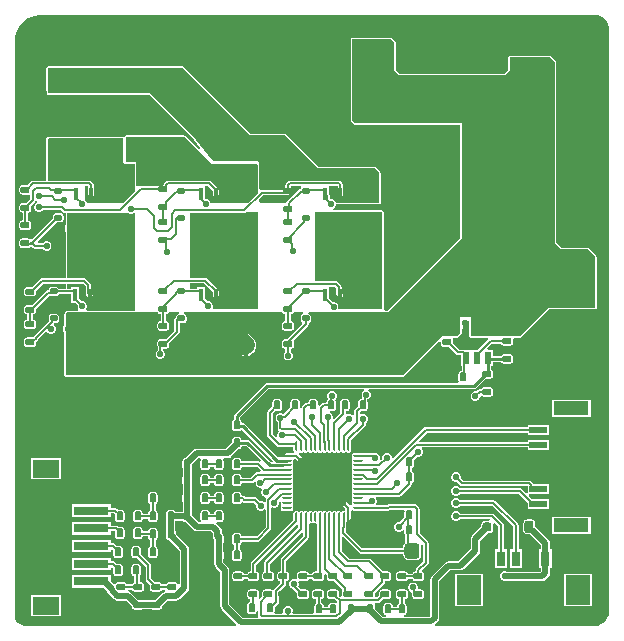
<source format=gtl>
G04*
G04 #@! TF.GenerationSoftware,Altium Limited,Altium Designer,21.2.2 (38)*
G04*
G04 Layer_Physical_Order=1*
G04 Layer_Color=255*
%FSLAX25Y25*%
%MOIN*%
G70*
G04*
G04 #@! TF.SameCoordinates,8CF34D0F-3D0A-4A82-AD64-C49C04CB85B6*
G04*
G04*
G04 #@! TF.FilePolarity,Positive*
G04*
G01*
G75*
%ADD12C,0.01000*%
%ADD13C,0.00800*%
G04:AMPARAMS|DCode=25|XSize=9.06mil|YSize=31.5mil|CornerRadius=2.26mil|HoleSize=0mil|Usage=FLASHONLY|Rotation=270.000|XOffset=0mil|YOffset=0mil|HoleType=Round|Shape=RoundedRectangle|*
%AMROUNDEDRECTD25*
21,1,0.00906,0.02697,0,0,270.0*
21,1,0.00453,0.03150,0,0,270.0*
1,1,0.00453,-0.01348,-0.00226*
1,1,0.00453,-0.01348,0.00226*
1,1,0.00453,0.01348,0.00226*
1,1,0.00453,0.01348,-0.00226*
%
%ADD25ROUNDEDRECTD25*%
G04:AMPARAMS|DCode=26|XSize=9.06mil|YSize=31.5mil|CornerRadius=2.26mil|HoleSize=0mil|Usage=FLASHONLY|Rotation=180.000|XOffset=0mil|YOffset=0mil|HoleType=Round|Shape=RoundedRectangle|*
%AMROUNDEDRECTD26*
21,1,0.00906,0.02697,0,0,180.0*
21,1,0.00453,0.03150,0,0,180.0*
1,1,0.00453,-0.00226,0.01348*
1,1,0.00453,0.00226,0.01348*
1,1,0.00453,0.00226,-0.01348*
1,1,0.00453,-0.00226,-0.01348*
%
%ADD26ROUNDEDRECTD26*%
G04:AMPARAMS|DCode=27|XSize=157.48mil|YSize=157.48mil|CornerRadius=3.94mil|HoleSize=0mil|Usage=FLASHONLY|Rotation=0.000|XOffset=0mil|YOffset=0mil|HoleType=Round|Shape=RoundedRectangle|*
%AMROUNDEDRECTD27*
21,1,0.15748,0.14961,0,0,0.0*
21,1,0.14961,0.15748,0,0,0.0*
1,1,0.00787,0.07480,-0.07480*
1,1,0.00787,-0.07480,-0.07480*
1,1,0.00787,-0.07480,0.07480*
1,1,0.00787,0.07480,0.07480*
%
%ADD27ROUNDEDRECTD27*%
G04:AMPARAMS|DCode=28|XSize=30mil|YSize=22mil|CornerRadius=5.5mil|HoleSize=0mil|Usage=FLASHONLY|Rotation=180.000|XOffset=0mil|YOffset=0mil|HoleType=Round|Shape=RoundedRectangle|*
%AMROUNDEDRECTD28*
21,1,0.03000,0.01100,0,0,180.0*
21,1,0.01900,0.02200,0,0,180.0*
1,1,0.01100,-0.00950,0.00550*
1,1,0.01100,0.00950,0.00550*
1,1,0.01100,0.00950,-0.00550*
1,1,0.01100,-0.00950,-0.00550*
%
%ADD28ROUNDEDRECTD28*%
G04:AMPARAMS|DCode=29|XSize=30mil|YSize=22mil|CornerRadius=5.5mil|HoleSize=0mil|Usage=FLASHONLY|Rotation=90.000|XOffset=0mil|YOffset=0mil|HoleType=Round|Shape=RoundedRectangle|*
%AMROUNDEDRECTD29*
21,1,0.03000,0.01100,0,0,90.0*
21,1,0.01900,0.02200,0,0,90.0*
1,1,0.01100,0.00550,0.00950*
1,1,0.01100,0.00550,-0.00950*
1,1,0.01100,-0.00550,-0.00950*
1,1,0.01100,-0.00550,0.00950*
%
%ADD29ROUNDEDRECTD29*%
%ADD30R,0.08268X0.09843*%
%ADD31R,0.03150X0.05118*%
G04:AMPARAMS|DCode=32|XSize=20mil|YSize=25mil|CornerRadius=5mil|HoleSize=0mil|Usage=FLASHONLY|Rotation=270.000|XOffset=0mil|YOffset=0mil|HoleType=Round|Shape=RoundedRectangle|*
%AMROUNDEDRECTD32*
21,1,0.02000,0.01500,0,0,270.0*
21,1,0.01000,0.02500,0,0,270.0*
1,1,0.01000,-0.00750,-0.00500*
1,1,0.01000,-0.00750,0.00500*
1,1,0.01000,0.00750,0.00500*
1,1,0.01000,0.00750,-0.00500*
%
%ADD32ROUNDEDRECTD32*%
%ADD33R,0.01772X0.04331*%
%ADD34R,0.21654X0.01181*%
%ADD35R,0.01772X0.06299*%
%ADD36R,0.16732X0.13780*%
%ADD37R,0.09055X0.05906*%
%ADD38R,0.11811X0.03150*%
G04:AMPARAMS|DCode=39|XSize=50mil|YSize=54mil|CornerRadius=12.5mil|HoleSize=0mil|Usage=FLASHONLY|Rotation=0.000|XOffset=0mil|YOffset=0mil|HoleType=Round|Shape=RoundedRectangle|*
%AMROUNDEDRECTD39*
21,1,0.05000,0.02900,0,0,0.0*
21,1,0.02500,0.05400,0,0,0.0*
1,1,0.02500,0.01250,-0.01450*
1,1,0.02500,-0.01250,-0.01450*
1,1,0.02500,-0.01250,0.01450*
1,1,0.02500,0.01250,0.01450*
%
%ADD39ROUNDEDRECTD39*%
%ADD40R,0.02362X0.04331*%
%ADD41R,0.10236X0.12402*%
G04:AMPARAMS|DCode=42|XSize=30mil|YSize=40mil|CornerRadius=7.5mil|HoleSize=0mil|Usage=FLASHONLY|Rotation=0.000|XOffset=0mil|YOffset=0mil|HoleType=Round|Shape=RoundedRectangle|*
%AMROUNDEDRECTD42*
21,1,0.03000,0.02500,0,0,0.0*
21,1,0.01500,0.04000,0,0,0.0*
1,1,0.01500,0.00750,-0.01250*
1,1,0.01500,-0.00750,-0.01250*
1,1,0.01500,-0.00750,0.01250*
1,1,0.01500,0.00750,0.01250*
%
%ADD42ROUNDEDRECTD42*%
G04:AMPARAMS|DCode=43|XSize=30mil|YSize=30mil|CornerRadius=7.5mil|HoleSize=0mil|Usage=FLASHONLY|Rotation=0.000|XOffset=0mil|YOffset=0mil|HoleType=Round|Shape=RoundedRectangle|*
%AMROUNDEDRECTD43*
21,1,0.03000,0.01500,0,0,0.0*
21,1,0.01500,0.03000,0,0,0.0*
1,1,0.01500,0.00750,-0.00750*
1,1,0.01500,-0.00750,-0.00750*
1,1,0.01500,-0.00750,0.00750*
1,1,0.01500,0.00750,0.00750*
%
%ADD43ROUNDEDRECTD43*%
%ADD44R,0.12598X0.07087*%
%ADD45R,0.05906X0.02362*%
%ADD46R,0.11811X0.04724*%
%ADD73C,0.06000*%
%ADD74C,0.02000*%
%ADD75C,0.15748*%
%ADD76C,0.07087*%
%ADD77R,0.07087X0.07087*%
%ADD78R,0.07087X0.07087*%
%ADD79C,0.02200*%
G36*
X463896Y426957D02*
Y426957D01*
X463896Y426957D01*
X464538Y426873D01*
X465505Y426472D01*
X466335Y425835D01*
X466972Y425005D01*
X467373Y424038D01*
X467498Y423087D01*
X467480Y423000D01*
X467480Y228500D01*
X467538Y228210D01*
X467403Y227186D01*
X466896Y225962D01*
X466089Y224911D01*
X465038Y224104D01*
X463814Y223597D01*
X463328Y223533D01*
Y223533D01*
X463317Y223520D01*
X409699Y223520D01*
X409624Y223622D01*
X409511Y224020D01*
X410581Y225090D01*
X410913Y225586D01*
X411029Y226172D01*
Y238367D01*
X414634Y241971D01*
X418000D01*
X418585Y242087D01*
X419081Y242419D01*
X424081Y247419D01*
X424413Y247915D01*
X424529Y248500D01*
Y251867D01*
X427138Y254475D01*
X427750D01*
X428238Y254573D01*
X428651Y254849D01*
X428928Y255262D01*
X429025Y255750D01*
Y257250D01*
X428970Y257525D01*
X429430Y257772D01*
X430646Y256556D01*
Y248959D01*
X429489D01*
Y242841D01*
X433639D01*
Y248959D01*
X432481D01*
Y256936D01*
X432412Y257287D01*
X432213Y257585D01*
X429149Y260649D01*
X428851Y260848D01*
X428500Y260918D01*
X417845D01*
X417406Y261356D01*
X416818Y261600D01*
X416182D01*
X415594Y261356D01*
X415144Y260906D01*
X414900Y260318D01*
Y259682D01*
X415144Y259094D01*
X415594Y258644D01*
X416182Y258400D01*
X416818D01*
X417406Y258644D01*
X417845Y259082D01*
X427786D01*
X427829Y259011D01*
X427818Y258947D01*
X427537Y258524D01*
X426250D01*
X425762Y258428D01*
X425349Y258151D01*
X425072Y257738D01*
X424975Y257250D01*
Y256638D01*
X421919Y253581D01*
X421587Y253085D01*
X421471Y252500D01*
Y249133D01*
X417367Y245029D01*
X414000D01*
X413415Y244913D01*
X412919Y244581D01*
X408419Y240081D01*
X408087Y239585D01*
X407971Y239000D01*
Y226805D01*
X407695Y226529D01*
X399350D01*
X399301Y227029D01*
X399460Y227061D01*
X399807Y227293D01*
X400039Y227640D01*
X400121Y228050D01*
Y229950D01*
X400039Y230360D01*
X399807Y230707D01*
X399460Y230939D01*
X399418Y230947D01*
Y232379D01*
X399450D01*
X399860Y232461D01*
X400207Y232693D01*
X400439Y233040D01*
X400521Y233450D01*
Y234550D01*
X400439Y234960D01*
X400207Y235307D01*
X399860Y235539D01*
X399450Y235621D01*
X397550D01*
X397140Y235539D01*
X396793Y235307D01*
X396561Y234960D01*
X396479Y234550D01*
Y233450D01*
X396561Y233040D01*
X396793Y232693D01*
X397140Y232461D01*
X397550Y232379D01*
X397582D01*
Y230947D01*
X397540Y230939D01*
X397193Y230707D01*
X396961Y230360D01*
X396879Y229950D01*
Y229918D01*
X395621D01*
Y229950D01*
X395539Y230360D01*
X395307Y230707D01*
X394960Y230939D01*
X394550Y231021D01*
X393450D01*
X393040Y230939D01*
X392693Y230707D01*
X392461Y230360D01*
X392379Y229950D01*
Y228050D01*
X392461Y227640D01*
X392693Y227293D01*
X393040Y227061D01*
X393199Y227029D01*
X393150Y226529D01*
X392233D01*
X389621Y229142D01*
Y229950D01*
X389539Y230360D01*
X389390Y230582D01*
X389547Y231002D01*
X389612Y231082D01*
X390600D01*
X390951Y231152D01*
X391249Y231351D01*
X392277Y232379D01*
X393950D01*
X394360Y232461D01*
X394707Y232693D01*
X394939Y233040D01*
X395021Y233450D01*
Y234550D01*
X394939Y234960D01*
X394707Y235307D01*
X394360Y235539D01*
X393950Y235621D01*
X392050D01*
X391640Y235539D01*
X391293Y235307D01*
X391061Y234960D01*
X390979Y234550D01*
Y233677D01*
X390355Y233052D01*
X389840Y233074D01*
X389521Y233450D01*
Y234323D01*
X392641Y237444D01*
X392840Y237741D01*
X392910Y238093D01*
Y238379D01*
X393950D01*
X394360Y238461D01*
X394707Y238693D01*
X394939Y239040D01*
X395021Y239450D01*
Y240550D01*
X394939Y240960D01*
X394707Y241307D01*
X394360Y241539D01*
X393950Y241621D01*
X392277D01*
X388249Y245649D01*
X387951Y245848D01*
X387600Y245918D01*
X380880D01*
X378429Y248368D01*
Y253119D01*
X378891Y253311D01*
X384351Y247851D01*
X384649Y247652D01*
X385000Y247582D01*
X398966D01*
Y247050D01*
X399101Y246367D01*
X399488Y245788D01*
X400067Y245402D01*
X400750Y245266D01*
X403250D01*
X403933Y245402D01*
X404512Y245788D01*
X404899Y246367D01*
X405034Y247050D01*
Y249950D01*
X404961Y250319D01*
X405330Y250533D01*
X405582Y250333D01*
Y244880D01*
X403351Y242649D01*
X403152Y242351D01*
X403082Y242000D01*
Y241621D01*
X403050D01*
X402640Y241539D01*
X402293Y241307D01*
X402061Y240960D01*
X402053Y240918D01*
X400447D01*
X400439Y240960D01*
X400207Y241307D01*
X399860Y241539D01*
X399450Y241621D01*
X397550D01*
X397140Y241539D01*
X396793Y241307D01*
X396561Y240960D01*
X396479Y240550D01*
Y239450D01*
X396561Y239040D01*
X396793Y238693D01*
X397140Y238461D01*
X397550Y238379D01*
X399450D01*
X399860Y238461D01*
X400207Y238693D01*
X400439Y239040D01*
X400447Y239082D01*
X402053D01*
X402061Y239040D01*
X402293Y238693D01*
X402640Y238461D01*
X403050Y238379D01*
X404950D01*
X405360Y238461D01*
X405707Y238693D01*
X405939Y239040D01*
X406021Y239450D01*
Y240550D01*
X405939Y240960D01*
X405707Y241307D01*
X405470Y241465D01*
X405352Y241890D01*
X405349Y242051D01*
X407149Y243851D01*
X407348Y244149D01*
X407418Y244500D01*
Y251000D01*
X407348Y251351D01*
X407149Y251649D01*
X404418Y254380D01*
Y262500D01*
X404348Y262851D01*
X404149Y263149D01*
X403480Y263818D01*
X403183Y264016D01*
X402831Y264086D01*
X394074D01*
X393723Y264016D01*
X393425Y263818D01*
X393363Y263756D01*
X390172D01*
X389924Y264256D01*
X390100Y264682D01*
Y265318D01*
X389856Y265906D01*
X389769Y265994D01*
X390015Y266455D01*
X390046Y266448D01*
X395112D01*
X395463Y266518D01*
X395559Y266582D01*
X397500D01*
X397851Y266652D01*
X398149Y266851D01*
X401461Y270164D01*
X401660Y270461D01*
X401730Y270813D01*
Y271015D01*
X401960Y271061D01*
X402307Y271293D01*
X402539Y271640D01*
X402621Y272050D01*
Y273950D01*
X402539Y274360D01*
X402307Y274707D01*
X401960Y274939D01*
X401918Y274947D01*
Y276053D01*
X401960Y276061D01*
X402307Y276293D01*
X402539Y276640D01*
X402621Y277050D01*
Y278802D01*
X403644Y279825D01*
X404186D01*
X404774Y280069D01*
X405224Y280519D01*
X405468Y281107D01*
Y281744D01*
X405224Y282332D01*
X405103Y282453D01*
X405310Y282953D01*
X440523D01*
Y282189D01*
X447429D01*
Y285551D01*
X440523D01*
Y284788D01*
X404350D01*
X404158Y285250D01*
X406782Y287874D01*
X440523D01*
Y287110D01*
X447429D01*
Y290473D01*
X440523D01*
Y289709D01*
X406402D01*
X406051Y289639D01*
X405754Y289440D01*
X395600Y279287D01*
X395100Y279494D01*
Y279818D01*
X394856Y280406D01*
X394406Y280856D01*
X393818Y281100D01*
X393182D01*
X392594Y280856D01*
X392144Y280406D01*
X391900Y279818D01*
Y279198D01*
X391470Y278767D01*
X391046Y279050D01*
X391100Y279182D01*
Y279818D01*
X390856Y280406D01*
X390406Y280856D01*
X389818Y281100D01*
X389182D01*
X388869Y280970D01*
X388811Y281009D01*
X388460Y281079D01*
X385407D01*
X385159Y281128D01*
X382463D01*
X382179Y281072D01*
X381939Y280911D01*
X381778Y280671D01*
X381722Y280388D01*
Y279935D01*
X381778Y279652D01*
X381939Y279411D01*
Y279337D01*
X381778Y279096D01*
X381722Y278813D01*
Y278360D01*
X381778Y278077D01*
X381920Y277799D01*
X381778Y277522D01*
X381722Y277238D01*
Y276785D01*
X381778Y276502D01*
X381920Y276224D01*
X381778Y275947D01*
X381722Y275663D01*
Y275211D01*
X381778Y274927D01*
X381939Y274687D01*
Y274612D01*
X381778Y274372D01*
X381722Y274089D01*
Y273636D01*
X381778Y273352D01*
X381920Y273075D01*
X381778Y272797D01*
X381722Y272514D01*
Y272061D01*
X381778Y271778D01*
X381920Y271500D01*
X381778Y271222D01*
X381722Y270939D01*
Y270486D01*
X381778Y270203D01*
X381920Y269925D01*
X381778Y269648D01*
X381722Y269364D01*
Y268911D01*
X381778Y268628D01*
X381939Y268388D01*
Y268313D01*
X381778Y268073D01*
X381722Y267789D01*
Y267337D01*
X381778Y267053D01*
X381920Y266776D01*
X381778Y266498D01*
X381722Y266215D01*
Y265762D01*
X381778Y265478D01*
X381920Y265201D01*
X381778Y264923D01*
X381722Y264640D01*
Y264187D01*
X381758Y264006D01*
X381676Y263811D01*
X381403Y263715D01*
X381055Y263743D01*
X378657Y266141D01*
X378903Y266602D01*
X379000Y266582D01*
X379351Y266652D01*
X379649Y266851D01*
X379848Y267149D01*
X379918Y267500D01*
X379848Y267851D01*
X379649Y268149D01*
X375649Y272149D01*
X375351Y272348D01*
X375000Y272418D01*
X374869D01*
X374677Y272880D01*
X375880Y274082D01*
X379000D01*
X379351Y274152D01*
X379649Y274351D01*
X379848Y274649D01*
X379918Y275000D01*
X379848Y275351D01*
X379649Y275649D01*
X379351Y275848D01*
X379000Y275918D01*
X375922D01*
X375715Y276418D01*
X376649Y277351D01*
X376848Y277649D01*
X376918Y278000D01*
X376848Y278351D01*
X376649Y278649D01*
X376351Y278848D01*
X376000Y278918D01*
X375649Y278848D01*
X375351Y278649D01*
X371351Y274649D01*
X371152Y274351D01*
X370610Y274188D01*
X369418Y275380D01*
Y278000D01*
X369348Y278351D01*
X369149Y278649D01*
X368851Y278848D01*
X368500Y278918D01*
X368149Y278848D01*
X367851Y278649D01*
X367652Y278351D01*
X367582Y278000D01*
Y277869D01*
X367120Y277677D01*
X364243Y280555D01*
X364215Y280903D01*
X364312Y281176D01*
X364506Y281258D01*
X364687Y281222D01*
X365140D01*
X365423Y281278D01*
X365663Y281439D01*
X365738D01*
X365978Y281278D01*
X366262Y281222D01*
X366715D01*
X366998Y281278D01*
X367238Y281439D01*
X367313D01*
X367553Y281278D01*
X367837Y281222D01*
X368289D01*
X368573Y281278D01*
X368813Y281439D01*
X368888D01*
X369128Y281278D01*
X369411Y281222D01*
X369864D01*
X370148Y281278D01*
X370388Y281439D01*
X370463D01*
X370703Y281278D01*
X370986Y281222D01*
X371439D01*
X371722Y281278D01*
X371963Y281439D01*
X372037D01*
X372278Y281278D01*
X372561Y281222D01*
X373014D01*
X373297Y281278D01*
X373537Y281439D01*
X373612D01*
X373852Y281278D01*
X374136Y281222D01*
X374589D01*
X374872Y281278D01*
X375112Y281439D01*
X375187D01*
X375427Y281278D01*
X375711Y281222D01*
X376163D01*
X376447Y281278D01*
X376687Y281439D01*
X376762D01*
X377002Y281278D01*
X377285Y281222D01*
X377738D01*
X378022Y281278D01*
X378262Y281439D01*
X378337D01*
X378577Y281278D01*
X378860Y281222D01*
X379313D01*
X379596Y281278D01*
X379837Y281439D01*
X379911D01*
X380152Y281278D01*
X380435Y281222D01*
X380888D01*
X381171Y281278D01*
X381412Y281439D01*
X381572Y281679D01*
X381628Y281963D01*
Y283347D01*
X381632Y283364D01*
Y285334D01*
X386149Y289851D01*
X386348Y290149D01*
X386418Y290500D01*
Y291155D01*
X386856Y291594D01*
X387100Y292182D01*
Y292818D01*
X386856Y293406D01*
X386406Y293856D01*
X385818Y294100D01*
X385182D01*
X385042Y294042D01*
X384597Y294324D01*
X384576Y294606D01*
X384889Y294918D01*
X384974Y294979D01*
X386050D01*
X386460Y295061D01*
X386807Y295293D01*
X387039Y295640D01*
X387121Y296050D01*
Y297950D01*
X387039Y298360D01*
X387025Y298381D01*
Y298959D01*
X387575Y299187D01*
X388025Y299637D01*
X388269Y300225D01*
Y300862D01*
X388025Y301450D01*
X387575Y301900D01*
X387381Y301980D01*
X387480Y302480D01*
X422600D01*
X422990Y302558D01*
X423321Y302779D01*
X426421Y305879D01*
X427950D01*
X428360Y305961D01*
X428707Y306193D01*
X428939Y306540D01*
X429021Y306950D01*
Y308050D01*
X428939Y308460D01*
X428707Y308807D01*
X428360Y309039D01*
X428260Y309059D01*
Y310216D01*
X428921D01*
Y311480D01*
X431601D01*
X431793Y311193D01*
X432140Y310961D01*
X432550Y310879D01*
X434450D01*
X434860Y310961D01*
X435207Y311193D01*
X435439Y311540D01*
X435521Y311950D01*
Y313050D01*
X435439Y313460D01*
X435207Y313807D01*
X434860Y314039D01*
X434450Y314121D01*
X432550D01*
X432140Y314039D01*
X431793Y313807D01*
X431601Y313520D01*
X428921D01*
Y315547D01*
X427132D01*
X426941Y316009D01*
X428514Y317582D01*
X431553D01*
X431561Y317540D01*
X431793Y317193D01*
X432140Y316961D01*
X432550Y316879D01*
X434450D01*
X434860Y316961D01*
X435207Y317193D01*
X435439Y317540D01*
X435521Y317950D01*
Y319050D01*
X435516Y319072D01*
X435833Y319459D01*
X438000D01*
X438000Y319459D01*
X438383Y319617D01*
X447724Y328959D01*
X463000D01*
X463383Y329117D01*
X463541Y329500D01*
Y346500D01*
X463383Y346883D01*
X463383Y346883D01*
X460883Y349383D01*
X460500Y349541D01*
X460500Y349541D01*
X451724D01*
X450041Y351224D01*
Y411500D01*
X450041Y411500D01*
X449883Y411883D01*
X448383Y413383D01*
X448000Y413541D01*
X448000Y413541D01*
X434500D01*
X434117Y413383D01*
X433959Y413000D01*
Y408724D01*
X432776Y407541D01*
X397724D01*
X396541Y408724D01*
Y418000D01*
X396383Y418383D01*
X396383Y418383D01*
X395383Y419383D01*
X395000Y419541D01*
X395000Y419541D01*
X382000D01*
X381617Y419383D01*
X381459Y419000D01*
Y392000D01*
X381617Y391617D01*
X381617Y391617D01*
X382617Y390617D01*
X383000Y390459D01*
X383000Y390459D01*
X417959D01*
X417959Y352724D01*
X393776Y328541D01*
X392892D01*
X392541Y329000D01*
Y361500D01*
X392383Y361883D01*
X392000Y362041D01*
X375543D01*
X375444Y362541D01*
X375843Y362707D01*
X376293Y363157D01*
X376537Y363745D01*
Y363959D01*
X391000D01*
X391383Y364117D01*
X391541Y364500D01*
Y374500D01*
X391541Y374500D01*
X391383Y374883D01*
X389883Y376383D01*
X389500Y376541D01*
X389500Y376541D01*
X370724D01*
X359883Y387383D01*
X359500Y387541D01*
X359500Y387541D01*
X348224D01*
X325883Y409883D01*
X325500Y410041D01*
X325500Y410041D01*
X280500D01*
X280117Y409883D01*
X279959Y409500D01*
Y402060D01*
X280000Y401960D01*
Y401853D01*
X280059Y401711D01*
Y401182D01*
X280119Y401036D01*
X280150Y400881D01*
X280272Y400699D01*
X280317Y400668D01*
X280339Y400617D01*
X280485Y400557D01*
X280616Y400469D01*
X280670Y400480D01*
X280721Y400459D01*
X314276D01*
X328096Y386638D01*
X331145Y382828D01*
X330771Y382494D01*
X326383Y386883D01*
X326000Y387041D01*
X326000Y387041D01*
X306500Y387041D01*
X306117Y386883D01*
X306094Y386825D01*
X305939Y386502D01*
X305500Y386541D01*
X281054D01*
X280962Y386579D01*
X280862Y386538D01*
X280755D01*
X280293Y386347D01*
X280217Y386271D01*
X280117Y386229D01*
X280076Y386130D01*
X280000Y386054D01*
Y385946D01*
X279959Y385847D01*
Y371918D01*
X275538D01*
X275186Y371848D01*
X274889Y371649D01*
X273735Y370496D01*
X272063D01*
X271653Y370414D01*
X271306Y370182D01*
X271074Y369835D01*
X270992Y369425D01*
Y368325D01*
X271074Y367915D01*
X271306Y367568D01*
X271653Y367336D01*
X272063Y367254D01*
X273963D01*
X274082Y367278D01*
X274582Y366921D01*
Y365742D01*
X273371Y364531D01*
X273347Y364496D01*
X272063D01*
X271653Y364414D01*
X271306Y364182D01*
X271074Y363835D01*
X270992Y363425D01*
Y362325D01*
X271074Y361915D01*
X271306Y361568D01*
X271653Y361336D01*
X272063Y361254D01*
X272089D01*
Y358621D01*
X272050D01*
X271640Y358539D01*
X271293Y358307D01*
X271061Y357960D01*
X270979Y357550D01*
Y356450D01*
X271061Y356040D01*
X271293Y355693D01*
X271640Y355461D01*
X272050Y355379D01*
X273950D01*
X274360Y355461D01*
X274707Y355693D01*
X274939Y356040D01*
X275021Y356450D01*
Y357550D01*
X274939Y357960D01*
X274707Y358307D01*
X274360Y358539D01*
X273950Y358621D01*
X273924D01*
Y361254D01*
X273963D01*
X274372Y361336D01*
X274720Y361568D01*
X274952Y361915D01*
X275033Y362325D01*
Y363425D01*
X275005Y363569D01*
X276149Y364714D01*
X276323Y364975D01*
X276389Y365026D01*
X276689Y365133D01*
X276881Y365017D01*
X276837Y364457D01*
X276594Y364356D01*
X276144Y363906D01*
X275900Y363318D01*
Y362682D01*
X276144Y362094D01*
X276594Y361644D01*
X277182Y361400D01*
X277818D01*
X278406Y361644D01*
X278845Y362082D01*
X284974D01*
X285705Y361351D01*
X286002Y361152D01*
X286459Y361000D01*
Y357108D01*
X286173D01*
Y354927D01*
X286459D01*
Y339418D01*
X278500D01*
X278149Y339348D01*
X277851Y339149D01*
X275223Y336521D01*
X273550D01*
X273140Y336439D01*
X272793Y336207D01*
X272561Y335860D01*
X272479Y335450D01*
Y334350D01*
X272561Y333940D01*
X272793Y333593D01*
X273140Y333361D01*
X273550Y333279D01*
X275450D01*
X275860Y333361D01*
X276207Y333593D01*
X276439Y333940D01*
X276521Y334350D01*
Y335223D01*
X278880Y337582D01*
X286459D01*
Y335918D01*
X284174D01*
X283971Y336221D01*
X283640Y336442D01*
X283250Y336520D01*
X281750D01*
X281360Y336442D01*
X281029Y336221D01*
X280808Y335890D01*
X280730Y335500D01*
Y335379D01*
X280462D01*
X280111Y335310D01*
X279813Y335111D01*
X275223Y330521D01*
X273550D01*
X273140Y330439D01*
X272793Y330207D01*
X272561Y329860D01*
X272479Y329450D01*
Y328350D01*
X272561Y327940D01*
X272793Y327593D01*
X273140Y327361D01*
X273550Y327279D01*
X273582D01*
Y325621D01*
X273550D01*
X273140Y325539D01*
X272793Y325307D01*
X272561Y324960D01*
X272479Y324550D01*
Y323450D01*
X272561Y323040D01*
X272793Y322693D01*
X273140Y322461D01*
X273550Y322379D01*
X275450D01*
X275860Y322461D01*
X276207Y322693D01*
X276439Y323040D01*
X276521Y323450D01*
Y324550D01*
X276439Y324960D01*
X276207Y325307D01*
X275860Y325539D01*
X275450Y325621D01*
X275418D01*
Y327279D01*
X275450D01*
X275860Y327361D01*
X276207Y327593D01*
X276439Y327940D01*
X276521Y328350D01*
Y329223D01*
X280842Y333544D01*
X281430D01*
X281750Y333480D01*
X283250D01*
X283640Y333558D01*
X283971Y333779D01*
X284174Y334082D01*
X288114D01*
Y331169D01*
X289588D01*
X290411Y330346D01*
X290400Y330318D01*
Y329682D01*
X290644Y329094D01*
X290696Y329041D01*
X290489Y328541D01*
X287000D01*
X287000Y328541D01*
X286617Y328383D01*
X286117Y327883D01*
X285959Y327500D01*
X285959Y327500D01*
Y323508D01*
X285673D01*
Y321327D01*
X285959D01*
Y307000D01*
X286117Y306617D01*
X286500Y306459D01*
X399000D01*
X399000Y306459D01*
X399383Y306617D01*
X399383Y306617D01*
X410979Y318214D01*
X411479Y318007D01*
Y317450D01*
X411561Y317040D01*
X411793Y316693D01*
X412140Y316461D01*
X412550Y316379D01*
X414223D01*
X416604Y313998D01*
X416902Y313800D01*
X417253Y313730D01*
X418079D01*
Y310216D01*
X418462D01*
Y308521D01*
X418450D01*
X418040Y308439D01*
X417693Y308207D01*
X417461Y307860D01*
X417379Y307450D01*
Y305550D01*
X417461Y305140D01*
X417542Y305020D01*
X417274Y304520D01*
X353500D01*
X353110Y304442D01*
X352779Y304221D01*
X342779Y294221D01*
X342558Y293890D01*
X342480Y293500D01*
Y292399D01*
X342193Y292207D01*
X341961Y291860D01*
X341879Y291450D01*
Y289550D01*
X341961Y289140D01*
X342193Y288793D01*
X342540Y288561D01*
X342950Y288479D01*
X344050D01*
X344460Y288561D01*
X344807Y288793D01*
X345351Y288707D01*
X355576Y278482D01*
X355385Y278020D01*
X354922D01*
X347721Y285221D01*
X347390Y285442D01*
X347000Y285520D01*
X345107D01*
X345039Y285860D01*
X344807Y286207D01*
X344460Y286439D01*
X344050Y286521D01*
X342950D01*
X342540Y286439D01*
X342193Y286207D01*
X341961Y285860D01*
X341879Y285450D01*
Y284642D01*
X340833Y283596D01*
X340631Y283294D01*
X339866Y282529D01*
X330100D01*
X329515Y282413D01*
X329019Y282081D01*
X326458Y279521D01*
X326450D01*
X326040Y279439D01*
X325693Y279207D01*
X325461Y278860D01*
X325379Y278450D01*
Y276550D01*
X325461Y276140D01*
X325471Y276126D01*
Y273374D01*
X325461Y273360D01*
X325379Y272950D01*
Y271050D01*
X325461Y270640D01*
X325471Y270626D01*
Y267374D01*
X325461Y267360D01*
X325379Y266950D01*
Y265050D01*
X325461Y264640D01*
X325471Y264626D01*
Y261529D01*
X322926D01*
X322807Y261707D01*
X322460Y261939D01*
X322050Y262021D01*
X320950D01*
X320540Y261939D01*
X320193Y261707D01*
X319961Y261360D01*
X319879Y260950D01*
Y259050D01*
X319961Y258640D01*
X319971Y258626D01*
Y255374D01*
X319961Y255360D01*
X319879Y254950D01*
Y253050D01*
X319961Y252640D01*
X320193Y252293D01*
X320540Y252061D01*
X320950Y251979D01*
X320958D01*
X324471Y248466D01*
Y237350D01*
X323971Y237301D01*
X323939Y237460D01*
X323707Y237807D01*
X323360Y238039D01*
X322950Y238121D01*
X321050D01*
X320640Y238039D01*
X320293Y237807D01*
X320061Y237460D01*
X320053Y237418D01*
X318447D01*
X318439Y237460D01*
X318207Y237807D01*
X317860Y238039D01*
X317450Y238121D01*
X316165D01*
X316142Y238156D01*
X314918Y239380D01*
Y243600D01*
X314848Y243951D01*
X314649Y244249D01*
X311621Y247277D01*
Y248950D01*
X311539Y249360D01*
X311307Y249707D01*
X310960Y249939D01*
X310550Y250021D01*
X309450D01*
X309040Y249939D01*
X308693Y249707D01*
X308461Y249360D01*
X308379Y248950D01*
Y247050D01*
X308461Y246640D01*
X308693Y246293D01*
X309040Y246061D01*
X309450Y245979D01*
X310323D01*
X313082Y243220D01*
Y239000D01*
X313152Y238649D01*
X313351Y238351D01*
X314508Y237194D01*
X314479Y237050D01*
Y235950D01*
X314561Y235540D01*
X314793Y235193D01*
X315140Y234961D01*
X315550Y234879D01*
X317450D01*
X317860Y234961D01*
X318207Y235193D01*
X318439Y235540D01*
X318447Y235582D01*
X319616D01*
X319700Y235442D01*
X319452Y234883D01*
X319243Y234841D01*
X318747Y234510D01*
X316358Y232121D01*
X315550D01*
X315140Y232039D01*
X315126Y232029D01*
X311874D01*
X311860Y232039D01*
X311450Y232121D01*
X310642D01*
X308253Y234510D01*
X307757Y234841D01*
X307548Y234883D01*
X307300Y235442D01*
X307384Y235582D01*
X308553D01*
X308561Y235540D01*
X308793Y235193D01*
X309140Y234961D01*
X309550Y234879D01*
X311450D01*
X311860Y234961D01*
X312207Y235193D01*
X312439Y235540D01*
X312521Y235950D01*
Y237050D01*
X312439Y237460D01*
X312207Y237807D01*
X311860Y238039D01*
X311450Y238121D01*
X311168D01*
Y240200D01*
X311307Y240293D01*
X311539Y240640D01*
X311621Y241050D01*
Y242950D01*
X311539Y243360D01*
X311307Y243707D01*
X310960Y243939D01*
X310550Y244021D01*
X309450D01*
X309040Y243939D01*
X308693Y243707D01*
X308461Y243360D01*
X308379Y242950D01*
Y241050D01*
X308461Y240640D01*
X308693Y240293D01*
X309040Y240061D01*
X309332Y240003D01*
Y238077D01*
X309140Y238039D01*
X308793Y237807D01*
X308561Y237460D01*
X308553Y237418D01*
X306947D01*
X306939Y237460D01*
X306707Y237807D01*
X306360Y238039D01*
X305950Y238121D01*
X304050D01*
X303640Y238039D01*
X303293Y237807D01*
X303061Y237460D01*
X303055Y237429D01*
X302512Y237265D01*
X301406Y238371D01*
Y240358D01*
X288595D01*
Y236209D01*
X299243D01*
X300287Y235164D01*
X300374Y234729D01*
X300705Y234233D01*
X302591Y232347D01*
X303087Y232015D01*
X303672Y231899D01*
X306538D01*
X308479Y229958D01*
Y229950D01*
X308561Y229540D01*
X308793Y229193D01*
X309140Y228961D01*
X309550Y228879D01*
X311450D01*
X311860Y228961D01*
X311874Y228971D01*
X315126D01*
X315140Y228961D01*
X315550Y228879D01*
X317450D01*
X317860Y228961D01*
X318207Y229193D01*
X318439Y229540D01*
X318521Y229950D01*
Y229958D01*
X320462Y231899D01*
X323328D01*
X323913Y232015D01*
X324409Y232347D01*
X327081Y235019D01*
X327413Y235516D01*
X327529Y236101D01*
Y249100D01*
X327413Y249685D01*
X327081Y250181D01*
X323121Y254142D01*
Y254950D01*
X323039Y255360D01*
X323029Y255374D01*
Y258471D01*
X325574D01*
X325693Y258293D01*
X326040Y258061D01*
X326450Y257979D01*
X326458D01*
X329019Y255419D01*
X329515Y255087D01*
X330100Y254971D01*
X334866D01*
X335471Y254366D01*
Y253400D01*
X335587Y252815D01*
X335879Y252377D01*
Y251550D01*
X335961Y251140D01*
X335971Y251126D01*
Y248374D01*
X335961Y248360D01*
X335879Y247950D01*
Y246050D01*
X335961Y245640D01*
X335971Y245626D01*
Y244000D01*
X336087Y243415D01*
X336419Y242919D01*
X337971Y241367D01*
Y230000D01*
X338087Y229415D01*
X338419Y228919D01*
X343356Y223981D01*
X343164Y223520D01*
X272637Y223520D01*
X272616Y223543D01*
Y223543D01*
X272616Y223543D01*
X272092Y223612D01*
X271246Y223962D01*
X270520Y224520D01*
X269962Y225246D01*
X269612Y226092D01*
X269506Y226893D01*
X269543Y227384D01*
X269543Y227384D01*
X269520Y227858D01*
X269520Y227971D01*
X269520Y419368D01*
X269544Y419390D01*
X269544D01*
X269620Y420167D01*
X270107Y421770D01*
X270896Y423247D01*
X271959Y424541D01*
X273253Y425604D01*
X274730Y426393D01*
X276333Y426880D01*
X277110Y426956D01*
Y426956D01*
X277132Y426980D01*
X463875D01*
X463896Y426957D01*
D02*
G37*
G36*
X348000Y387000D02*
X359500D01*
X370500Y376000D01*
X389500D01*
X391000Y374500D01*
Y364500D01*
X376488D01*
X376293Y364969D01*
X375843Y365419D01*
X375255Y365663D01*
X374635D01*
X374404Y365894D01*
Y366949D01*
X374386Y367038D01*
Y370082D01*
X377082D01*
Y367435D01*
X377152Y367084D01*
X377351Y366786D01*
X377649Y366587D01*
X378000Y366517D01*
X378351Y366587D01*
X378649Y366786D01*
X378848Y367084D01*
X378918Y367435D01*
Y370500D01*
X378848Y370851D01*
X378649Y371149D01*
X378149Y371649D01*
X377851Y371848D01*
X377500Y371918D01*
X361300D01*
X360949Y371848D01*
X360651Y371649D01*
X359982Y370980D01*
X359784Y370683D01*
X359714Y370331D01*
Y369011D01*
X359512Y368810D01*
X351893D01*
X351541Y368740D01*
X351541Y368740D01*
X351041Y369007D01*
Y377000D01*
X351041Y377000D01*
X351000Y377099D01*
Y378000D01*
X350500Y378500D01*
X335500D01*
X332500Y382000D01*
X328500Y387000D01*
X314500Y401000D01*
X280721D01*
X280600Y401182D01*
Y401818D01*
X280500Y402060D01*
Y409500D01*
X325500D01*
X348000Y387000D01*
D02*
G37*
G36*
X334500Y378000D02*
X335000Y377500D01*
X350000D01*
X350500Y377000D01*
Y367798D01*
X347202Y364500D01*
X334885D01*
X334716Y364906D01*
X334266Y365356D01*
X333678Y365600D01*
X333058D01*
X332886Y365772D01*
Y370082D01*
X333834D01*
X335582Y368334D01*
Y367435D01*
X335652Y367084D01*
X335851Y366786D01*
X336149Y366587D01*
X336500Y366517D01*
X336851Y366587D01*
X337149Y366786D01*
X337348Y367084D01*
X337418Y367435D01*
Y368714D01*
X337348Y369065D01*
X337149Y369363D01*
X334863Y371649D01*
X334565Y371848D01*
X334214Y371918D01*
X320500D01*
X320207Y371859D01*
X320149Y371848D01*
X319851Y371649D01*
X319289Y371086D01*
X319090Y370789D01*
X319020Y370437D01*
Y370069D01*
X318951Y370000D01*
X310041D01*
Y377500D01*
X310000Y377600D01*
Y378000D01*
X309599D01*
X309500Y378041D01*
X306959D01*
X306500Y378500D01*
Y386500D01*
X326000Y386500D01*
X334500Y378000D01*
D02*
G37*
G36*
X281000Y386000D02*
X305500D01*
Y378000D01*
X306000Y377500D01*
X309500D01*
Y368298D01*
X305702Y364500D01*
X294000D01*
X293000Y365500D01*
Y370000D01*
X293466Y370082D01*
X293889D01*
X294021Y369951D01*
Y367496D01*
X294090Y367145D01*
X294289Y366848D01*
X294351Y366786D01*
X294649Y366587D01*
X295000Y366517D01*
X295351Y366587D01*
X295649Y366786D01*
X295848Y367084D01*
X295918Y367435D01*
X295856Y367746D01*
Y370331D01*
X295786Y370683D01*
X295587Y370980D01*
X294918Y371649D01*
X294621Y371848D01*
X294269Y371918D01*
X280500D01*
Y385847D01*
X280962Y386038D01*
X281000Y386000D01*
D02*
G37*
G36*
X364758Y370033D02*
X364936Y369582D01*
X364808Y369390D01*
X364758Y369141D01*
X364723D01*
X364372Y369071D01*
X364074Y368872D01*
X360182Y364980D01*
X359984Y364683D01*
X359947Y364500D01*
X351500D01*
X351000Y365000D01*
Y365702D01*
X352273Y366975D01*
X359893D01*
X360244Y367045D01*
X360542Y367244D01*
X361149Y367851D01*
X361280Y367983D01*
X361479Y368280D01*
X361549Y368631D01*
Y369951D01*
X361680Y370082D01*
X364715D01*
X364758Y370033D01*
D02*
G37*
G36*
X309500Y328541D02*
X293511Y328541D01*
X293304Y329041D01*
X293356Y329094D01*
X293600Y329682D01*
Y330318D01*
X293356Y330906D01*
X292906Y331356D01*
X292318Y331600D01*
X291753D01*
X290886Y332467D01*
Y336500D01*
X288114D01*
Y335918D01*
X287000D01*
Y337582D01*
X292120D01*
X293096Y336606D01*
Y334320D01*
X293166Y333969D01*
X293365Y333672D01*
X293851Y333186D01*
X294149Y332987D01*
X294500Y332917D01*
X294851Y332987D01*
X295149Y333186D01*
X295348Y333484D01*
X295418Y333835D01*
X295348Y334186D01*
X295149Y334484D01*
X294932Y334701D01*
Y336986D01*
X294862Y337337D01*
X294663Y337635D01*
X293149Y339149D01*
X292851Y339348D01*
X292500Y339418D01*
X287000D01*
Y361000D01*
X307376D01*
X307755Y360843D01*
X308391D01*
X308770Y361000D01*
X309500D01*
Y328541D01*
D02*
G37*
G36*
X392000Y329000D02*
X377636D01*
X377381Y329381D01*
Y330018D01*
X377137Y330606D01*
X376687Y331056D01*
X376099Y331300D01*
X375604D01*
X374386Y332518D01*
Y336551D01*
X374873Y336582D01*
X376120D01*
X376596Y336106D01*
Y334372D01*
X376666Y334020D01*
X376865Y333723D01*
X377351Y333237D01*
X377649Y333038D01*
X378000Y332968D01*
X378351Y333038D01*
X378649Y333237D01*
X378848Y333535D01*
X378918Y333886D01*
X378848Y334237D01*
X378649Y334535D01*
X378432Y334752D01*
Y336486D01*
X378362Y336837D01*
X378163Y337135D01*
X377149Y338149D01*
X376851Y338348D01*
X376500Y338418D01*
X369500D01*
Y361500D01*
X392000D01*
Y329000D01*
D02*
G37*
G36*
X350500D02*
X335859D01*
X335525Y329500D01*
X335600Y329682D01*
Y330318D01*
X335356Y330906D01*
X334906Y331356D01*
X334318Y331600D01*
X333753D01*
X332886Y332467D01*
Y336500D01*
X330114D01*
Y335918D01*
X328000D01*
Y337646D01*
X332671D01*
X335582Y334734D01*
Y333835D01*
X335652Y333484D01*
X335851Y333186D01*
X336149Y332987D01*
X336500Y332917D01*
X336851Y332987D01*
X337149Y333186D01*
X337348Y333484D01*
X337418Y333835D01*
Y335114D01*
X337348Y335465D01*
X337149Y335763D01*
X333700Y339212D01*
X333402Y339411D01*
X333051Y339481D01*
X328000D01*
Y361082D01*
X346000D01*
X346351Y361152D01*
X346649Y361351D01*
X346798Y361500D01*
X350500D01*
Y329000D01*
D02*
G37*
G36*
X396000Y418000D02*
Y408500D01*
X397500Y407000D01*
X433000D01*
X434500Y408500D01*
Y413000D01*
X448000D01*
X449500Y411500D01*
Y351000D01*
X451500Y349000D01*
X460500D01*
X463000Y346500D01*
Y329500D01*
X447500D01*
X438000Y320000D01*
X434918D01*
X434860Y320039D01*
X434450Y320121D01*
X432550D01*
X432140Y320039D01*
X432082Y320000D01*
X421500D01*
Y326500D01*
X418000D01*
Y325060D01*
X417900Y324818D01*
Y324182D01*
X418000Y323940D01*
Y321000D01*
X417000Y320000D01*
X412000D01*
X399000Y307000D01*
X286500D01*
Y327500D01*
X287000Y328000D01*
X317088Y328000D01*
X317293Y327693D01*
X317640Y327461D01*
X318050Y327379D01*
X318082D01*
Y325121D01*
X318050D01*
X317640Y325039D01*
X317293Y324807D01*
X317061Y324460D01*
X316979Y324050D01*
Y322950D01*
X317061Y322540D01*
X317293Y322193D01*
X317640Y321961D01*
X318050Y321879D01*
X319950D01*
X320360Y321961D01*
X320707Y322193D01*
X320939Y322540D01*
X321021Y322950D01*
Y324050D01*
X320939Y324460D01*
X320707Y324807D01*
X320360Y325039D01*
X319950Y325121D01*
X319918D01*
Y327379D01*
X319950D01*
X320360Y327461D01*
X320707Y327693D01*
X320912Y328000D01*
X324102D01*
X324152Y327500D01*
X323860Y327442D01*
X323529Y327221D01*
X323308Y326890D01*
X323237Y326535D01*
X322851Y326149D01*
X322652Y325851D01*
X322582Y325500D01*
Y321880D01*
X319823Y319121D01*
X318050D01*
X317640Y319039D01*
X317293Y318807D01*
X317061Y318460D01*
X316979Y318050D01*
Y316950D01*
X317061Y316540D01*
X317082Y316508D01*
Y315345D01*
X316644Y314906D01*
X316400Y314318D01*
Y313682D01*
X316644Y313094D01*
X317094Y312644D01*
X317682Y312400D01*
X318318D01*
X318906Y312644D01*
X319356Y313094D01*
X319600Y313682D01*
Y314318D01*
X319356Y314906D01*
X318918Y315345D01*
Y315879D01*
X319950D01*
X320360Y315961D01*
X320707Y316193D01*
X320939Y316540D01*
X321021Y316950D01*
Y317723D01*
X324149Y320851D01*
X324348Y321149D01*
X324418Y321500D01*
Y324480D01*
X325750D01*
X326140Y324558D01*
X326471Y324779D01*
X326692Y325110D01*
X326770Y325500D01*
Y326500D01*
X326692Y326890D01*
X326471Y327221D01*
X326140Y327442D01*
X325848Y327500D01*
X325898Y328000D01*
X358588Y328000D01*
X358793Y327693D01*
X359140Y327461D01*
X359550Y327379D01*
X359582D01*
Y325121D01*
X359550D01*
X359140Y325039D01*
X358793Y324807D01*
X358561Y324460D01*
X358479Y324050D01*
Y322950D01*
X358561Y322540D01*
X358793Y322193D01*
X359140Y321961D01*
X359550Y321879D01*
X361450D01*
X361860Y321961D01*
X362207Y322193D01*
X362439Y322540D01*
X362521Y322950D01*
Y324050D01*
X362439Y324460D01*
X362207Y324807D01*
X361860Y325039D01*
X361450Y325121D01*
X361418D01*
Y327379D01*
X361450D01*
X361860Y327461D01*
X362207Y327693D01*
X362412Y328000D01*
X365602D01*
X365651Y327500D01*
X365360Y327442D01*
X365029Y327221D01*
X364808Y326890D01*
X364730Y326500D01*
Y325500D01*
X364808Y325110D01*
X365029Y324779D01*
X365176Y324681D01*
X365287Y324165D01*
X365269Y324066D01*
X360323Y319121D01*
X359550D01*
X359140Y319039D01*
X358793Y318807D01*
X358561Y318460D01*
X358479Y318050D01*
Y316950D01*
X358561Y316540D01*
X358793Y316193D01*
X359140Y315961D01*
X359550Y315879D01*
X359667D01*
Y314804D01*
X359313Y314450D01*
X359069Y313862D01*
Y313225D01*
X359313Y312637D01*
X359763Y312187D01*
X360351Y311943D01*
X360987D01*
X361575Y312187D01*
X362025Y312637D01*
X362269Y313225D01*
Y313862D01*
X362025Y314450D01*
X361575Y314900D01*
X361502Y314930D01*
Y315890D01*
X361860Y315961D01*
X362207Y316193D01*
X362439Y316540D01*
X362521Y316950D01*
Y318050D01*
X362439Y318460D01*
X362366Y318569D01*
X367149Y323351D01*
X367348Y323649D01*
X367418Y324000D01*
Y324514D01*
X367640Y324558D01*
X367971Y324779D01*
X368192Y325110D01*
X368270Y325500D01*
Y326500D01*
X368192Y326890D01*
X367971Y327221D01*
X367640Y327442D01*
X367349Y327500D01*
X367398Y328000D01*
X394000Y328000D01*
X418500Y352500D01*
X418500Y391000D01*
X383000D01*
X382000Y392000D01*
Y419000D01*
X395000D01*
X396000Y418000D01*
D02*
G37*
G36*
X419111Y322469D02*
X419409Y322270D01*
X419760Y322200D01*
X420111Y322270D01*
X420409Y322469D01*
X420459Y322544D01*
X420959Y322393D01*
Y320000D01*
X421117Y319617D01*
X421500Y319459D01*
X427088D01*
X427295Y318959D01*
X423883Y315547D01*
X421819D01*
Y315547D01*
X421441D01*
Y315547D01*
X419067D01*
X418979Y315565D01*
X417633D01*
X415521Y317677D01*
Y318550D01*
X415439Y318960D01*
X415707Y319459D01*
X417000D01*
X417383Y319617D01*
X417383Y319617D01*
X418383Y320617D01*
X418541Y321000D01*
X418541Y321000D01*
Y322422D01*
X419041Y322574D01*
X419111Y322469D01*
D02*
G37*
G36*
X385957Y301980D02*
X385763Y301900D01*
X385313Y301450D01*
X385069Y300862D01*
Y300225D01*
X385234Y299828D01*
X385190Y299607D01*
Y299021D01*
X384950D01*
X384540Y298939D01*
X384193Y298707D01*
X383961Y298360D01*
X383879Y297950D01*
Y296665D01*
X383844Y296641D01*
X382851Y295649D01*
X382652Y295351D01*
X382582Y295000D01*
Y293887D01*
X382082Y293680D01*
X381906Y293856D01*
X381318Y294100D01*
X380682D01*
X380310Y293946D01*
X379826Y294217D01*
X379810Y294239D01*
Y294979D01*
X380050D01*
X380460Y295061D01*
X380807Y295293D01*
X381039Y295640D01*
X381121Y296050D01*
Y297950D01*
X381039Y298360D01*
X380807Y298707D01*
X380460Y298939D01*
X380050Y299021D01*
X378950D01*
X378540Y298939D01*
X378193Y298707D01*
X377961Y298360D01*
X377879Y297950D01*
Y296050D01*
X377961Y295640D01*
X377975Y295619D01*
Y294319D01*
X376002Y292346D01*
X375578Y292629D01*
X375600Y292682D01*
Y293318D01*
X375356Y293906D01*
X374906Y294356D01*
X374609Y294479D01*
X374709Y294979D01*
X375550D01*
X375960Y295061D01*
X376307Y295293D01*
X376539Y295640D01*
X376621Y296050D01*
Y297950D01*
X376539Y298360D01*
X376307Y298707D01*
X376288Y298900D01*
X376525Y299137D01*
X376769Y299725D01*
Y300362D01*
X376525Y300950D01*
X376075Y301400D01*
X375487Y301643D01*
X374851D01*
X374263Y301400D01*
X373813Y300950D01*
X373569Y300362D01*
Y299725D01*
X373813Y299137D01*
X373776Y298762D01*
X373693Y298707D01*
X373461Y298360D01*
X373379Y297950D01*
Y297918D01*
X372500D01*
X372149Y297848D01*
X371851Y297649D01*
X371121Y296918D01*
X370621Y297125D01*
Y297950D01*
X370539Y298360D01*
X370307Y298707D01*
X369960Y298939D01*
X369550Y299021D01*
X368450D01*
X368040Y298939D01*
X367693Y298707D01*
X367461Y298360D01*
X367379Y297950D01*
Y297918D01*
X367000D01*
X366649Y297848D01*
X366351Y297649D01*
X365351Y296649D01*
X365152Y296351D01*
X365121Y296192D01*
X364621Y296241D01*
Y297950D01*
X364539Y298360D01*
X364307Y298707D01*
X363960Y298939D01*
X363550Y299021D01*
X362450D01*
X362040Y298939D01*
X361693Y298707D01*
X361461Y298360D01*
X361379Y297950D01*
Y296277D01*
X359096Y293993D01*
X359077D01*
X358906Y294164D01*
X358318Y294408D01*
X357682D01*
X357094Y294164D01*
X356644Y293714D01*
X356400Y293126D01*
Y292490D01*
X356644Y291901D01*
X357082Y291463D01*
Y289469D01*
X357152Y289118D01*
X357351Y288820D01*
X357630Y288541D01*
X357594Y288356D01*
X357144Y287906D01*
X356900Y287318D01*
Y286682D01*
X356954Y286550D01*
X356530Y286267D01*
X355418Y287380D01*
Y294120D01*
X356306Y295008D01*
X356450Y294979D01*
X357550D01*
X357960Y295061D01*
X358307Y295293D01*
X358539Y295640D01*
X358621Y296050D01*
Y297950D01*
X358539Y298360D01*
X358307Y298707D01*
X357960Y298939D01*
X357550Y299021D01*
X356450D01*
X356040Y298939D01*
X355693Y298707D01*
X355461Y298360D01*
X355379Y297950D01*
Y296677D01*
X353851Y295149D01*
X353652Y294851D01*
X353582Y294500D01*
Y287000D01*
X353652Y286649D01*
X353851Y286351D01*
X356851Y283351D01*
X357149Y283152D01*
X357500Y283082D01*
X362372D01*
Y281963D01*
X362428Y281679D01*
X362495Y281579D01*
X362314Y281126D01*
X362273Y281079D01*
X360189D01*
X359838Y281009D01*
X359540Y280810D01*
X359341Y280513D01*
X359271Y280161D01*
X359282Y280106D01*
X358922Y279606D01*
X357336D01*
X346170Y290771D01*
X345840Y290992D01*
X345450Y291070D01*
X345121D01*
Y291450D01*
X345039Y291860D01*
X344807Y292207D01*
X344520Y292399D01*
Y293078D01*
X353922Y302480D01*
X385858D01*
X385957Y301980D01*
D02*
G37*
G36*
X351434Y278624D02*
X351115Y278236D01*
X350947Y278348D01*
X350596Y278418D01*
X345121D01*
Y278450D01*
X345039Y278860D01*
X344807Y279207D01*
X344460Y279439D01*
X344050Y279521D01*
X342950D01*
X342540Y279439D01*
X342193Y279207D01*
X341961Y278860D01*
X341879Y278450D01*
Y276550D01*
X341961Y276140D01*
X342193Y275793D01*
X342540Y275561D01*
X342950Y275479D01*
X344050D01*
X344460Y275561D01*
X344807Y275793D01*
X345039Y276140D01*
X345121Y276550D01*
Y276582D01*
X350216D01*
X351519Y275280D01*
X351312Y274780D01*
X350362D01*
X350011Y274710D01*
X349713Y274511D01*
X348120Y272918D01*
X345121D01*
Y272950D01*
X345039Y273360D01*
X344807Y273707D01*
X344460Y273939D01*
X344050Y274021D01*
X342950D01*
X342540Y273939D01*
X342193Y273707D01*
X341961Y273360D01*
X341879Y272950D01*
Y271050D01*
X341961Y270640D01*
X342193Y270293D01*
X342540Y270061D01*
X342950Y269979D01*
X344050D01*
X344460Y270061D01*
X344807Y270293D01*
X345039Y270640D01*
X345121Y271050D01*
Y271082D01*
X348500D01*
X348851Y271152D01*
X349149Y271351D01*
X349333Y271535D01*
X349681Y271368D01*
X349784Y271280D01*
Y270682D01*
X350028Y270094D01*
X350478Y269644D01*
X351066Y269400D01*
X351574D01*
X351799Y269019D01*
X351819Y268938D01*
X351780Y268899D01*
X351536Y268311D01*
Y267674D01*
X351780Y267086D01*
X352230Y266636D01*
X352818Y266392D01*
X352913D01*
X353180Y265893D01*
X353152Y265851D01*
X353082Y265500D01*
Y264887D01*
X352582Y264680D01*
X352406Y264856D01*
X351818Y265100D01*
X351198D01*
X350149Y266149D01*
X349851Y266348D01*
X349500Y266418D01*
X346380D01*
X346149Y266649D01*
X345851Y266848D01*
X345500Y266918D01*
X345121D01*
Y266950D01*
X345039Y267360D01*
X344807Y267707D01*
X344460Y267939D01*
X344050Y268021D01*
X342950D01*
X342540Y267939D01*
X342193Y267707D01*
X341961Y267360D01*
X341879Y266950D01*
Y265050D01*
X341961Y264640D01*
X342193Y264293D01*
X342540Y264061D01*
X342950Y263979D01*
X344050D01*
X344460Y264061D01*
X344807Y264293D01*
X344965Y264530D01*
X345017Y264573D01*
X345376Y264685D01*
X345563Y264710D01*
X345649Y264652D01*
X346000Y264582D01*
X349120D01*
X349900Y263802D01*
Y263182D01*
X350144Y262594D01*
X350594Y262144D01*
X351182Y261900D01*
X351818D01*
X352406Y262144D01*
X352582Y262320D01*
X353082Y262112D01*
Y256380D01*
X350120Y253418D01*
X345121D01*
Y253450D01*
X345039Y253860D01*
X344807Y254207D01*
X344460Y254439D01*
X344050Y254521D01*
X342950D01*
X342540Y254439D01*
X342193Y254207D01*
X341961Y253860D01*
X341879Y253450D01*
Y251550D01*
X341961Y251140D01*
X342193Y250793D01*
X342540Y250561D01*
X342582Y250553D01*
Y248947D01*
X342540Y248939D01*
X342193Y248707D01*
X341961Y248360D01*
X341879Y247950D01*
Y246050D01*
X341961Y245640D01*
X342193Y245293D01*
X342540Y245061D01*
X342950Y244979D01*
X344050D01*
X344460Y245061D01*
X344807Y245293D01*
X345039Y245640D01*
X345121Y246050D01*
Y247950D01*
X345039Y248360D01*
X344807Y248707D01*
X344460Y248939D01*
X344418Y248947D01*
Y250553D01*
X344460Y250561D01*
X344807Y250793D01*
X345039Y251140D01*
X345121Y251550D01*
Y251582D01*
X350500D01*
X350851Y251652D01*
X351149Y251851D01*
X354649Y255351D01*
X354848Y255649D01*
X354918Y256000D01*
Y262675D01*
X355418Y263009D01*
X355682Y262900D01*
X356318D01*
X356906Y263144D01*
X357356Y263594D01*
X357600Y264182D01*
Y264818D01*
X357887Y264894D01*
X358118Y264813D01*
X358129Y264786D01*
X358100Y264640D01*
Y264187D01*
X358156Y263904D01*
X358317Y263663D01*
Y263589D01*
X358156Y263348D01*
X358100Y263065D01*
Y262612D01*
X358156Y262329D01*
X358317Y262088D01*
X358557Y261928D01*
X358841Y261872D01*
X361537D01*
X361821Y261928D01*
X362061Y262088D01*
X362222Y262329D01*
X362278Y262612D01*
Y263065D01*
X362222Y263348D01*
X362061Y263589D01*
Y263663D01*
X362222Y263904D01*
X362278Y264187D01*
Y264640D01*
X362222Y264923D01*
X362080Y265201D01*
X362222Y265478D01*
X362278Y265762D01*
Y266215D01*
X362222Y266498D01*
X362080Y266776D01*
X362222Y267053D01*
X362278Y267337D01*
Y267789D01*
X362222Y268073D01*
X362061Y268313D01*
Y268388D01*
X362222Y268628D01*
X362278Y268911D01*
Y269364D01*
X362222Y269648D01*
X362080Y269925D01*
X362222Y270203D01*
X362278Y270486D01*
Y270939D01*
X362222Y271222D01*
X362080Y271500D01*
X362222Y271778D01*
X362278Y272061D01*
Y272514D01*
X362222Y272797D01*
X362080Y273075D01*
X362222Y273352D01*
X362278Y273636D01*
Y274089D01*
X362222Y274372D01*
X362061Y274612D01*
Y274687D01*
X362222Y274927D01*
X362278Y275211D01*
Y275663D01*
X362222Y275947D01*
X362080Y276224D01*
X362222Y276502D01*
X362278Y276785D01*
Y277238D01*
X362222Y277522D01*
X362080Y277799D01*
X362222Y278077D01*
X362278Y278360D01*
Y278813D01*
X362526Y279080D01*
X363114Y279088D01*
X365843Y276359D01*
X365597Y275898D01*
X365500Y275918D01*
X365149Y275848D01*
X364851Y275649D01*
X364652Y275351D01*
X364582Y275000D01*
X364652Y274649D01*
X364851Y274351D01*
X368351Y270851D01*
X368649Y270652D01*
X369000Y270582D01*
X369131D01*
X369323Y270120D01*
X367620Y268418D01*
X366000D01*
X365649Y268348D01*
X365351Y268149D01*
X365152Y267851D01*
X365082Y267500D01*
X365152Y267149D01*
X365351Y266851D01*
X365649Y266652D01*
X366000Y266582D01*
X368000D01*
X368351Y266652D01*
X368649Y266851D01*
X372000Y270202D01*
X379589Y262614D01*
X379580Y262026D01*
X379313Y261778D01*
X378860D01*
X378577Y261722D01*
X378337Y261561D01*
X378262D01*
X378022Y261722D01*
X377738Y261778D01*
X377285D01*
X377002Y261722D01*
X376762Y261561D01*
X376687D01*
X376447Y261722D01*
X376163Y261778D01*
X375711D01*
X375427Y261722D01*
X375187Y261561D01*
X375112D01*
X374872Y261722D01*
X374589Y261778D01*
X374136D01*
X373852Y261722D01*
X373612Y261561D01*
X373537D01*
X373297Y261722D01*
X373014Y261778D01*
X372561D01*
X372278Y261722D01*
X372037Y261561D01*
X371963D01*
X371722Y261722D01*
X371439Y261778D01*
X370986D01*
X370703Y261722D01*
X370463Y261561D01*
X370388D01*
X370148Y261722D01*
X369864Y261778D01*
X369411D01*
X369128Y261722D01*
X368888Y261561D01*
X368813D01*
X368573Y261722D01*
X368289Y261778D01*
X367837D01*
X367553Y261722D01*
X367313Y261561D01*
X367238D01*
X366998Y261722D01*
X366715Y261778D01*
X366262D01*
X365978Y261722D01*
X365738Y261561D01*
X365663D01*
X365423Y261722D01*
X365140Y261778D01*
X364687D01*
X364404Y261722D01*
X364163Y261561D01*
X364089D01*
X363848Y261722D01*
X363565Y261778D01*
X363112D01*
X362829Y261722D01*
X362589Y261561D01*
X362428Y261321D01*
X362372Y261037D01*
Y258898D01*
X348351Y244877D01*
X348152Y244580D01*
X348082Y244228D01*
Y241621D01*
X348050D01*
X347640Y241539D01*
X347293Y241307D01*
X347061Y240960D01*
X347053Y240918D01*
X345947D01*
X345939Y240960D01*
X345707Y241307D01*
X345360Y241539D01*
X344950Y241621D01*
X343050D01*
X342640Y241539D01*
X342293Y241307D01*
X342061Y240960D01*
X341979Y240550D01*
Y239450D01*
X342061Y239040D01*
X342293Y238693D01*
X342640Y238461D01*
X343050Y238379D01*
X344950D01*
X345360Y238461D01*
X345707Y238693D01*
X345939Y239040D01*
X345947Y239082D01*
X347053D01*
X347061Y239040D01*
X347293Y238693D01*
X347640Y238461D01*
X348050Y238379D01*
X349950D01*
X350360Y238461D01*
X350707Y238693D01*
X350939Y239040D01*
X351021Y239450D01*
Y240550D01*
X350939Y240960D01*
X350707Y241307D01*
X350360Y241539D01*
X349950Y241621D01*
X349918D01*
Y243848D01*
X363496Y257426D01*
X363976Y257227D01*
X363996Y257199D01*
Y256294D01*
X352851Y245149D01*
X352652Y244851D01*
X352582Y244500D01*
Y241500D01*
X352293Y241307D01*
X352061Y240960D01*
X351979Y240550D01*
Y239450D01*
X352061Y239040D01*
X352293Y238693D01*
X352640Y238461D01*
X353050Y238379D01*
X354950D01*
X355360Y238461D01*
X355707Y238693D01*
X355939Y239040D01*
X356021Y239450D01*
Y240550D01*
X355939Y240960D01*
X355707Y241307D01*
X355360Y241539D01*
X354950Y241621D01*
X354418D01*
Y244120D01*
X365071Y254773D01*
X365571Y254566D01*
Y253368D01*
X358351Y246149D01*
X358152Y245851D01*
X358082Y245500D01*
Y241621D01*
X358050D01*
X357640Y241539D01*
X357293Y241307D01*
X357061Y240960D01*
X356979Y240550D01*
Y239450D01*
X357061Y239040D01*
X357293Y238693D01*
X357640Y238461D01*
X357988Y238392D01*
X358041Y238050D01*
X358037Y237885D01*
X355951Y235800D01*
X355752Y235502D01*
X355360Y235539D01*
X354950Y235621D01*
X353050D01*
X352640Y235539D01*
X352293Y235307D01*
X352061Y234960D01*
X351979Y234550D01*
Y233450D01*
X352008Y233306D01*
X351133Y232431D01*
X350745Y232750D01*
X350939Y233040D01*
X351021Y233450D01*
Y234550D01*
X350939Y234960D01*
X350707Y235307D01*
X350360Y235539D01*
X349950Y235621D01*
X348050D01*
X347640Y235539D01*
X347293Y235307D01*
X347061Y234960D01*
X346979Y234550D01*
Y233450D01*
X347061Y233040D01*
X347293Y232693D01*
X347640Y232461D01*
X347832Y232423D01*
Y231497D01*
X347540Y231439D01*
X347193Y231207D01*
X346961Y230860D01*
X346879Y230450D01*
Y228550D01*
X346961Y228140D01*
X347193Y227793D01*
X347540Y227561D01*
X347950Y227479D01*
X349050D01*
X349460Y227561D01*
X349807Y227793D01*
X350039Y228140D01*
X350082Y228358D01*
X350582Y228309D01*
Y227069D01*
X350652Y226717D01*
X350711Y226629D01*
X350454Y226129D01*
X345533D01*
X341029Y230633D01*
Y242000D01*
X340913Y242585D01*
X340581Y243081D01*
X339029Y244634D01*
Y245626D01*
X339039Y245640D01*
X339121Y246050D01*
Y247950D01*
X339039Y248360D01*
X339029Y248374D01*
Y251126D01*
X339039Y251140D01*
X339121Y251550D01*
Y253450D01*
X339039Y253860D01*
X338807Y254207D01*
X338529Y254393D01*
Y255000D01*
X338413Y255585D01*
X338081Y256081D01*
X336630Y257533D01*
X336639Y257589D01*
X336950Y257979D01*
X338050D01*
X338460Y258061D01*
X338807Y258293D01*
X339039Y258640D01*
X339121Y259050D01*
Y260950D01*
X339039Y261360D01*
X338807Y261707D01*
X338460Y261939D01*
X338050Y262021D01*
X336950D01*
X336540Y261939D01*
X336193Y261707D01*
X335961Y261360D01*
X335879Y260950D01*
Y260918D01*
X334621D01*
Y260950D01*
X334539Y261360D01*
X334307Y261707D01*
X333960Y261939D01*
X333550Y262021D01*
X332450D01*
X332040Y261939D01*
X331693Y261707D01*
X331461Y261360D01*
X331379Y260950D01*
Y259050D01*
X331461Y258640D01*
X331535Y258529D01*
X331268Y258029D01*
X330733D01*
X328621Y260142D01*
Y260950D01*
X328539Y261360D01*
X328529Y261374D01*
Y264626D01*
X328539Y264640D01*
X328621Y265050D01*
Y266950D01*
X328539Y267360D01*
X328529Y267374D01*
Y270626D01*
X328539Y270640D01*
X328621Y271050D01*
Y272950D01*
X328539Y273360D01*
X328529Y273374D01*
Y276126D01*
X328539Y276140D01*
X328621Y276550D01*
Y277358D01*
X330733Y279471D01*
X331268D01*
X331535Y278971D01*
X331461Y278860D01*
X331379Y278450D01*
Y276550D01*
X331461Y276140D01*
X331693Y275793D01*
X332040Y275561D01*
X332450Y275479D01*
X333550D01*
X333960Y275561D01*
X334307Y275793D01*
X334539Y276140D01*
X334621Y276550D01*
Y276582D01*
X335879D01*
Y276550D01*
X335961Y276140D01*
X336193Y275793D01*
X336540Y275561D01*
X336950Y275479D01*
X338050D01*
X338460Y275561D01*
X338807Y275793D01*
X339039Y276140D01*
X339121Y276550D01*
Y278450D01*
X339039Y278860D01*
X338965Y278971D01*
X339232Y279471D01*
X340500D01*
X341085Y279587D01*
X341581Y279919D01*
X342996Y281333D01*
X343197Y281634D01*
X344042Y282479D01*
X344050D01*
X344460Y282561D01*
X344807Y282793D01*
X345039Y283140D01*
X345107Y283480D01*
X346578D01*
X351434Y278624D01*
D02*
G37*
G36*
X399244Y262109D02*
X399439Y261751D01*
X399379Y261450D01*
Y259727D01*
X397752Y258100D01*
X397182D01*
X396594Y257856D01*
X396144Y257406D01*
X395900Y256818D01*
Y256182D01*
X396144Y255594D01*
X396594Y255144D01*
X397182Y254900D01*
X397818D01*
X398406Y255144D01*
X398856Y255594D01*
X398879Y255649D01*
X399379Y255550D01*
Y254550D01*
X399461Y254140D01*
X399582Y253959D01*
Y251274D01*
X399488Y251212D01*
X399101Y250633D01*
X398966Y249950D01*
Y249418D01*
X385380D01*
X379918Y254880D01*
Y256201D01*
X379934Y256226D01*
X380004Y256577D01*
Y258092D01*
X380054Y258341D01*
Y258457D01*
X380554Y258793D01*
X380661Y258771D01*
X381013Y258841D01*
X381310Y259040D01*
X381509Y259338D01*
X381579Y259689D01*
Y261773D01*
X381626Y261814D01*
X382079Y261995D01*
X382179Y261928D01*
X382463Y261872D01*
X385159D01*
X385407Y261921D01*
X393744D01*
X394095Y261991D01*
X394392Y262190D01*
X394454Y262251D01*
X399121D01*
X399244Y262109D01*
D02*
G37*
G36*
X369128Y257656D02*
X369411Y257600D01*
X369864D01*
X370295Y257199D01*
Y241621D01*
X369550D01*
X369140Y241539D01*
X368793Y241307D01*
X368561Y240960D01*
X368553Y240918D01*
X367447D01*
X367439Y240960D01*
X367207Y241307D01*
X366860Y241539D01*
X366450Y241621D01*
X364550D01*
X364140Y241539D01*
X363793Y241307D01*
X363561Y240960D01*
X363479Y240550D01*
Y239450D01*
X363497Y239360D01*
X363059Y239000D01*
X362818Y239100D01*
X362182D01*
X361594Y238856D01*
X361144Y238406D01*
X360900Y237818D01*
Y237182D01*
X361144Y236594D01*
X361594Y236144D01*
X361914Y236011D01*
X361920Y235981D01*
X362119Y235683D01*
X363479Y234323D01*
Y233450D01*
X363561Y233040D01*
X363793Y232693D01*
X364140Y232461D01*
X364550Y232379D01*
X366450D01*
X366860Y232461D01*
X367207Y232693D01*
X367439Y233040D01*
X367521Y233450D01*
Y234550D01*
X367439Y234960D01*
X367207Y235307D01*
X366860Y235539D01*
X366450Y235621D01*
X364777D01*
X363830Y236567D01*
X363856Y236594D01*
X364100Y237182D01*
Y237818D01*
X364035Y237976D01*
X364396Y238410D01*
X364550Y238379D01*
X366450D01*
X366860Y238461D01*
X367207Y238693D01*
X367439Y239040D01*
X367447Y239082D01*
X368553D01*
X368561Y239040D01*
X368793Y238693D01*
X369140Y238461D01*
X369550Y238379D01*
X371450D01*
X371860Y238461D01*
X372207Y238693D01*
X372439Y239040D01*
X372521Y239450D01*
Y240550D01*
X372515Y240581D01*
X372975Y240827D01*
X373479Y240323D01*
Y239450D01*
X373561Y239040D01*
X373793Y238693D01*
X374140Y238461D01*
X374550Y238379D01*
X375835D01*
X375858Y238344D01*
X378575Y235627D01*
Y234981D01*
X378561Y234960D01*
X378479Y234550D01*
Y233450D01*
X378486Y233418D01*
X378435Y233332D01*
X377910Y233199D01*
X377521Y233589D01*
Y234550D01*
X377439Y234960D01*
X377207Y235307D01*
X376860Y235539D01*
X376450Y235621D01*
X374550D01*
X374140Y235539D01*
X373793Y235307D01*
X373561Y234960D01*
X373479Y234550D01*
Y233450D01*
X373561Y233040D01*
X373793Y232693D01*
X374140Y232461D01*
X374550Y232379D01*
X376134D01*
X376809Y231705D01*
X376783Y231248D01*
X376362Y230959D01*
X376050Y231021D01*
X374950D01*
X374540Y230939D01*
X374193Y230707D01*
X373961Y230360D01*
X373879Y229950D01*
Y229918D01*
X372621D01*
Y229950D01*
X372539Y230360D01*
X372307Y230707D01*
X371960Y230939D01*
X371668Y230997D01*
Y232423D01*
X371860Y232461D01*
X372207Y232693D01*
X372439Y233040D01*
X372521Y233450D01*
Y234550D01*
X372439Y234960D01*
X372207Y235307D01*
X371860Y235539D01*
X371450Y235621D01*
X369550D01*
X369140Y235539D01*
X368793Y235307D01*
X368561Y234960D01*
X368479Y234550D01*
Y233450D01*
X368561Y233040D01*
X368793Y232693D01*
X369140Y232461D01*
X369550Y232379D01*
X369832D01*
Y230800D01*
X369693Y230707D01*
X369461Y230360D01*
X369379Y229950D01*
Y228050D01*
X369386Y228018D01*
X368987Y227518D01*
X362366D01*
X362032Y228018D01*
X362100Y228182D01*
Y228818D01*
X361856Y229406D01*
X361406Y229856D01*
X360818Y230100D01*
X360182D01*
X359594Y229856D01*
X359144Y229406D01*
X358900Y228818D01*
Y228182D01*
X358968Y228018D01*
X358634Y227518D01*
X356224D01*
X355957Y228018D01*
X356039Y228140D01*
X356121Y228550D01*
Y229723D01*
X357249Y230851D01*
X357448Y231149D01*
X357518Y231500D01*
Y234770D01*
X359649Y236902D01*
X359848Y237199D01*
X359918Y237551D01*
Y238379D01*
X359950D01*
X360360Y238461D01*
X360707Y238693D01*
X360939Y239040D01*
X361021Y239450D01*
Y240550D01*
X360939Y240960D01*
X360707Y241307D01*
X360360Y241539D01*
X359950Y241621D01*
X359918D01*
Y245120D01*
X367137Y252339D01*
X367336Y252637D01*
X367406Y252988D01*
Y257199D01*
X367837Y257600D01*
X368289D01*
X368573Y257656D01*
X368813Y257817D01*
X368888D01*
X369128Y257656D01*
D02*
G37*
%LPC*%
G36*
X284750Y361020D02*
X283250D01*
X282860Y360942D01*
X282529Y360721D01*
X282308Y360390D01*
X282230Y360000D01*
Y359224D01*
X275310Y352304D01*
X274707Y352307D01*
X274360Y352539D01*
X273950Y352621D01*
X272050D01*
X271640Y352539D01*
X271293Y352307D01*
X271061Y351960D01*
X270979Y351550D01*
Y350450D01*
X271061Y350040D01*
X271293Y349693D01*
X271640Y349461D01*
X272050Y349379D01*
X273950D01*
X274360Y349461D01*
X274707Y349693D01*
X274745Y349749D01*
X274855Y349728D01*
X275320D01*
X275543Y349504D01*
X275841Y349305D01*
X276192Y349236D01*
X278755D01*
X279194Y348797D01*
X279782Y348553D01*
X280418D01*
X281006Y348797D01*
X281456Y349247D01*
X281700Y349835D01*
Y350471D01*
X281456Y351060D01*
X281006Y351510D01*
X280418Y351753D01*
X279782D01*
X279194Y351510D01*
X278755Y351071D01*
X277326D01*
X277135Y351533D01*
X283582Y357980D01*
X284750D01*
X285140Y358058D01*
X285471Y358279D01*
X285692Y358610D01*
X285770Y359000D01*
Y360000D01*
X285692Y360390D01*
X285471Y360721D01*
X285140Y360942D01*
X284750Y361020D01*
D02*
G37*
G36*
X283250Y327520D02*
X281750D01*
X281360Y327442D01*
X281029Y327221D01*
X280808Y326890D01*
X280730Y326500D01*
Y325500D01*
X280805Y325124D01*
Y325103D01*
X279251Y323549D01*
X279251Y323549D01*
X278851Y323149D01*
X278851Y323149D01*
X275812Y320110D01*
X275613Y319812D01*
X275570Y319597D01*
X275450Y319621D01*
X273550D01*
X273140Y319539D01*
X272793Y319307D01*
X272561Y318960D01*
X272479Y318550D01*
Y317450D01*
X272561Y317040D01*
X272793Y316693D01*
X273140Y316461D01*
X273550Y316379D01*
X275450D01*
X275860Y316461D01*
X276207Y316693D01*
X276439Y317040D01*
X276521Y317450D01*
Y317940D01*
X276549Y317958D01*
X277110Y318520D01*
X277309Y318817D01*
X277357Y319059D01*
X279950Y321652D01*
X280244Y321594D01*
X280694Y321144D01*
X281282Y320900D01*
X281918D01*
X282506Y321144D01*
X282956Y321594D01*
X283200Y322182D01*
Y322818D01*
X282956Y323406D01*
X282506Y323856D01*
X282570Y324371D01*
X282571Y324372D01*
X282592Y324480D01*
X283250D01*
X283640Y324558D01*
X283971Y324779D01*
X284192Y325110D01*
X284270Y325500D01*
Y326500D01*
X284192Y326890D01*
X283971Y327221D01*
X283640Y327442D01*
X283250Y327520D01*
D02*
G37*
G36*
X427950Y303121D02*
X426050D01*
X425640Y303039D01*
X425293Y302807D01*
X425061Y302460D01*
X425052Y302418D01*
X424500D01*
X424149Y302348D01*
X423851Y302149D01*
X423302Y301600D01*
X422682D01*
X422094Y301356D01*
X421644Y300906D01*
X421400Y300318D01*
Y299682D01*
X421644Y299094D01*
X422094Y298644D01*
X422682Y298400D01*
X423318D01*
X423906Y298644D01*
X424356Y299094D01*
X424600Y299682D01*
Y299834D01*
X424822Y300031D01*
X425293Y300193D01*
X425640Y299961D01*
X426050Y299879D01*
X427950D01*
X428360Y299961D01*
X428707Y300193D01*
X428939Y300540D01*
X429021Y300950D01*
Y302050D01*
X428939Y302460D01*
X428707Y302807D01*
X428360Y303039D01*
X427950Y303121D01*
D02*
G37*
G36*
X461406Y298839D02*
X448595D01*
Y293114D01*
X461406D01*
Y298839D01*
D02*
G37*
G36*
X284870Y279335D02*
X274815D01*
Y272429D01*
X284870D01*
Y279335D01*
D02*
G37*
G36*
X416818Y274600D02*
X416182D01*
X415594Y274356D01*
X415144Y273906D01*
X414900Y273318D01*
Y272682D01*
X415144Y272094D01*
X415594Y271644D01*
X416182Y271400D01*
X416802D01*
X417851Y270351D01*
X418149Y270152D01*
X418500Y270082D01*
X440506D01*
Y269887D01*
X440523Y269799D01*
Y267871D01*
X440023Y267664D01*
X438538Y269149D01*
X438241Y269348D01*
X437889Y269418D01*
X417845D01*
X417406Y269856D01*
X416818Y270100D01*
X416182D01*
X415594Y269856D01*
X415144Y269406D01*
X414900Y268818D01*
Y268182D01*
X415144Y267594D01*
X415594Y267144D01*
X416182Y266900D01*
X416818D01*
X417406Y267144D01*
X417845Y267582D01*
X437509D01*
X440523Y264568D01*
Y262504D01*
X447429D01*
Y265866D01*
X441821D01*
X440762Y266925D01*
X440969Y267425D01*
X447429D01*
Y270788D01*
X442290D01*
X442271Y270883D01*
X442072Y271180D01*
X441604Y271649D01*
X441306Y271848D01*
X440955Y271918D01*
X418880D01*
X418100Y272698D01*
Y273318D01*
X417856Y273906D01*
X417406Y274356D01*
X416818Y274600D01*
D02*
G37*
G36*
X316050Y268021D02*
X314950D01*
X314540Y267939D01*
X314193Y267707D01*
X313961Y267360D01*
X313879Y266950D01*
Y265050D01*
X313961Y264640D01*
X314193Y264293D01*
X314540Y264061D01*
X314582Y264053D01*
Y261947D01*
X314540Y261939D01*
X314193Y261707D01*
X313961Y261360D01*
X313879Y260950D01*
Y260918D01*
X312121D01*
Y260950D01*
X312039Y261360D01*
X311807Y261707D01*
X311460Y261939D01*
X311050Y262021D01*
X309950D01*
X309540Y261939D01*
X309193Y261707D01*
X308961Y261360D01*
X308879Y260950D01*
Y259050D01*
X308961Y258640D01*
X309193Y258293D01*
X309540Y258061D01*
X309950Y257979D01*
X311050D01*
X311460Y258061D01*
X311807Y258293D01*
X312039Y258640D01*
X312121Y259050D01*
Y259082D01*
X313879D01*
Y259050D01*
X313961Y258640D01*
X314193Y258293D01*
X314540Y258061D01*
X314950Y257979D01*
X316050D01*
X316460Y258061D01*
X316807Y258293D01*
X317039Y258640D01*
X317121Y259050D01*
Y260950D01*
X317039Y261360D01*
X316807Y261707D01*
X316460Y261939D01*
X316418Y261947D01*
Y264053D01*
X316460Y264061D01*
X316807Y264293D01*
X317039Y264640D01*
X317121Y265050D01*
Y266950D01*
X317039Y267360D01*
X316807Y267707D01*
X316460Y267939D01*
X316050Y268021D01*
D02*
G37*
G36*
X301406Y263980D02*
X288595D01*
Y259831D01*
X301406D01*
Y260988D01*
X302533D01*
X302879Y260642D01*
Y259050D01*
X302961Y258640D01*
X303193Y258293D01*
X303540Y258061D01*
X303950Y257979D01*
X305050D01*
X305460Y258061D01*
X305807Y258293D01*
X306039Y258640D01*
X306121Y259050D01*
Y260950D01*
X306039Y261360D01*
X305807Y261707D01*
X305460Y261939D01*
X305050Y262021D01*
X304096D01*
X303562Y262554D01*
X303264Y262753D01*
X302913Y262823D01*
X301406D01*
Y263980D01*
D02*
G37*
G36*
X461406Y259862D02*
X448595D01*
Y254138D01*
X461406D01*
Y259862D01*
D02*
G37*
G36*
X301406Y258075D02*
X288595D01*
Y253925D01*
X301406D01*
Y255082D01*
X302879D01*
Y253550D01*
X302961Y253140D01*
X303193Y252793D01*
X303540Y252561D01*
X303950Y252479D01*
X305050D01*
X305460Y252561D01*
X305807Y252793D01*
X306039Y253140D01*
X306121Y253550D01*
Y255450D01*
X306039Y255860D01*
X305807Y256207D01*
X305460Y256439D01*
X305050Y256521D01*
X304096D01*
X303968Y256649D01*
X303670Y256848D01*
X303319Y256918D01*
X301406D01*
Y258075D01*
D02*
G37*
G36*
X311050Y256521D02*
X309950D01*
X309540Y256439D01*
X309193Y256207D01*
X308961Y255860D01*
X308879Y255450D01*
Y253550D01*
X308961Y253140D01*
X309193Y252793D01*
X309540Y252561D01*
X309950Y252479D01*
X311050D01*
X311460Y252561D01*
X311807Y252793D01*
X312039Y253140D01*
X312077Y253332D01*
X313879D01*
Y253050D01*
X313961Y252640D01*
X314193Y252293D01*
X314540Y252061D01*
X314582Y252053D01*
Y249947D01*
X314540Y249939D01*
X314193Y249707D01*
X313961Y249360D01*
X313879Y248950D01*
Y247050D01*
X313961Y246640D01*
X314193Y246293D01*
X314540Y246061D01*
X314950Y245979D01*
X316050D01*
X316460Y246061D01*
X316807Y246293D01*
X317039Y246640D01*
X317121Y247050D01*
Y248950D01*
X317039Y249360D01*
X316807Y249707D01*
X316460Y249939D01*
X316418Y249947D01*
Y252053D01*
X316460Y252061D01*
X316807Y252293D01*
X317039Y252640D01*
X317121Y253050D01*
Y254950D01*
X317039Y255360D01*
X316807Y255707D01*
X316460Y255939D01*
X316050Y256021D01*
X314950D01*
X314540Y255939D01*
X314193Y255707D01*
X313961Y255360D01*
X313923Y255168D01*
X312121D01*
Y255450D01*
X312039Y255860D01*
X311807Y256207D01*
X311460Y256439D01*
X311050Y256521D01*
D02*
G37*
G36*
X301406Y252169D02*
X288595D01*
Y248020D01*
X301406D01*
Y249029D01*
X301905Y249116D01*
X302379Y248642D01*
Y247050D01*
X302461Y246640D01*
X302693Y246293D01*
X303040Y246061D01*
X303450Y245979D01*
X304550D01*
X304960Y246061D01*
X305307Y246293D01*
X305539Y246640D01*
X305621Y247050D01*
Y248950D01*
X305539Y249360D01*
X305307Y249707D01*
X304960Y249939D01*
X304550Y250021D01*
X303596D01*
X302873Y250743D01*
X302575Y250942D01*
X302224Y251012D01*
X301406D01*
Y252169D01*
D02*
G37*
G36*
X416818Y266100D02*
X416182D01*
X415594Y265856D01*
X415144Y265406D01*
X414900Y264818D01*
Y264182D01*
X415144Y263594D01*
X415594Y263144D01*
X416182Y262900D01*
X416818D01*
X417406Y263144D01*
X417845Y263582D01*
X428620D01*
X435567Y256635D01*
Y248959D01*
X434410D01*
Y242841D01*
X438560D01*
Y248959D01*
X437403D01*
Y257015D01*
X437333Y257366D01*
X437134Y257664D01*
X429649Y265149D01*
X429351Y265348D01*
X429000Y265418D01*
X417845D01*
X417406Y265856D01*
X416818Y266100D01*
D02*
G37*
G36*
X441750Y259025D02*
X440250D01*
X439762Y258927D01*
X439349Y258651D01*
X439073Y258238D01*
X438975Y257750D01*
Y255250D01*
X439073Y254762D01*
X439349Y254349D01*
X439762Y254072D01*
X440250Y253976D01*
X441362D01*
X444798Y250539D01*
Y248959D01*
X444253D01*
Y242841D01*
X444798D01*
Y241805D01*
X444522Y241529D01*
X439270D01*
X439033Y241577D01*
X433391D01*
X433221Y241647D01*
X432584D01*
X431996Y241404D01*
X431546Y240953D01*
X431303Y240366D01*
Y239729D01*
X431546Y239141D01*
X431996Y238691D01*
X432584Y238447D01*
X433221D01*
X433391Y238518D01*
X438843D01*
X439080Y238471D01*
X445156D01*
X445741Y238587D01*
X446237Y238919D01*
X447409Y240090D01*
X447741Y240586D01*
X447857Y241172D01*
Y242841D01*
X448402D01*
Y248959D01*
X447857D01*
Y251172D01*
X447741Y251758D01*
X447409Y252254D01*
X443081Y256581D01*
X443024Y256620D01*
Y257750D01*
X442928Y258238D01*
X442651Y258651D01*
X442238Y258927D01*
X441750Y259025D01*
D02*
G37*
G36*
X301406Y246264D02*
X288595D01*
Y242114D01*
X301406D01*
Y243091D01*
X301905Y243197D01*
X302379Y242723D01*
Y241050D01*
X302461Y240640D01*
X302693Y240293D01*
X303040Y240061D01*
X303450Y239979D01*
X304550D01*
X304960Y240061D01*
X305307Y240293D01*
X305539Y240640D01*
X305621Y241050D01*
Y242950D01*
X305539Y243360D01*
X305307Y243707D01*
X304960Y243939D01*
X304550Y244021D01*
X303677D01*
X302860Y244838D01*
X302562Y245037D01*
X302211Y245107D01*
X301406D01*
Y246264D01*
D02*
G37*
G36*
X402488Y237930D02*
X401851D01*
X401263Y237687D01*
X400813Y237237D01*
X400570Y236649D01*
Y236012D01*
X400813Y235424D01*
X401263Y234974D01*
X401639Y234818D01*
X401789Y234595D01*
X401979Y234404D01*
Y233450D01*
X402061Y233040D01*
X402293Y232693D01*
X402640Y232461D01*
X403050Y232379D01*
X404950D01*
X405360Y232461D01*
X405707Y232693D01*
X405939Y233040D01*
X406021Y233450D01*
Y234550D01*
X405939Y234960D01*
X405707Y235307D01*
X405360Y235539D01*
X404950Y235621D01*
X404031D01*
X403770Y236012D01*
Y236649D01*
X403526Y237237D01*
X403076Y237687D01*
X402488Y237930D01*
D02*
G37*
G36*
X461761Y240921D02*
X452494D01*
Y230079D01*
X461761D01*
Y240921D01*
D02*
G37*
G36*
X425398D02*
X416130D01*
Y230079D01*
X425398D01*
Y240921D01*
D02*
G37*
G36*
X284870Y233665D02*
X274815D01*
Y226760D01*
X284870D01*
Y233665D01*
D02*
G37*
G36*
X339000Y323979D02*
X338086Y323859D01*
X337235Y323506D01*
X336504Y322945D01*
X335943Y322214D01*
X335590Y321362D01*
X335470Y320449D01*
X335590Y319535D01*
X335943Y318684D01*
X336504Y317953D01*
X338319Y316138D01*
X339050Y315577D01*
X339901Y315224D01*
X340815Y315104D01*
X343404D01*
X344004Y314504D01*
X344735Y313943D01*
X345586Y313590D01*
X346500Y313470D01*
X347414Y313590D01*
X348265Y313943D01*
X348996Y314504D01*
X349557Y315235D01*
X349910Y316086D01*
X350030Y317000D01*
X349910Y317914D01*
X349557Y318765D01*
X348996Y319496D01*
X347362Y321130D01*
X346631Y321691D01*
X345780Y322044D01*
X344866Y322164D01*
X342277D01*
X341496Y322945D01*
X340765Y323506D01*
X339914Y323859D01*
X339000Y323979D01*
D02*
G37*
G36*
X338050Y274021D02*
X336950D01*
X336540Y273939D01*
X336193Y273707D01*
X335961Y273360D01*
X335879Y272950D01*
Y272918D01*
X334621D01*
Y272950D01*
X334539Y273360D01*
X334307Y273707D01*
X333960Y273939D01*
X333550Y274021D01*
X332450D01*
X332040Y273939D01*
X331693Y273707D01*
X331461Y273360D01*
X331379Y272950D01*
Y271050D01*
X331461Y270640D01*
X331693Y270293D01*
X332040Y270061D01*
X332450Y269979D01*
X333550D01*
X333960Y270061D01*
X334307Y270293D01*
X334539Y270640D01*
X334621Y271050D01*
Y271082D01*
X335879D01*
Y271050D01*
X335961Y270640D01*
X336193Y270293D01*
X336540Y270061D01*
X336950Y269979D01*
X338050D01*
X338460Y270061D01*
X338807Y270293D01*
X339039Y270640D01*
X339121Y271050D01*
Y272950D01*
X339039Y273360D01*
X338807Y273707D01*
X338460Y273939D01*
X338050Y274021D01*
D02*
G37*
G36*
Y268021D02*
X336950D01*
X336540Y267939D01*
X336193Y267707D01*
X335961Y267360D01*
X335879Y266950D01*
Y266918D01*
X334621D01*
Y266950D01*
X334539Y267360D01*
X334307Y267707D01*
X333960Y267939D01*
X333550Y268021D01*
X332450D01*
X332040Y267939D01*
X331693Y267707D01*
X331461Y267360D01*
X331379Y266950D01*
Y265050D01*
X331461Y264640D01*
X331693Y264293D01*
X332040Y264061D01*
X332450Y263979D01*
X333550D01*
X333960Y264061D01*
X334307Y264293D01*
X334539Y264640D01*
X334621Y265050D01*
Y265082D01*
X335879D01*
Y265050D01*
X335961Y264640D01*
X336193Y264293D01*
X336540Y264061D01*
X336950Y263979D01*
X338050D01*
X338460Y264061D01*
X338807Y264293D01*
X339039Y264640D01*
X339121Y265050D01*
Y266950D01*
X339039Y267360D01*
X338807Y267707D01*
X338460Y267939D01*
X338050Y268021D01*
D02*
G37*
%LPD*%
D12*
X427240Y308096D02*
Y312882D01*
X347000Y284500D02*
X354500Y277000D01*
X359000D01*
X426644Y307500D02*
X427240Y308096D01*
X426600Y307500D02*
X426644D01*
X427622Y312500D02*
X433500D01*
X427240Y312882D02*
X427622Y312500D01*
X353500Y303500D02*
X422600D01*
X426600Y307500D01*
X343500Y293500D02*
X353500Y303500D01*
X343500Y290500D02*
Y293500D01*
X356913Y278587D02*
X360189D01*
X343500Y290500D02*
X343950Y290050D01*
X345450D01*
X356913Y278587D01*
X343500Y284500D02*
X347000D01*
D13*
X313557Y362443D02*
X316000Y360000D01*
X308073Y362443D02*
X313557D01*
X366500Y368600D02*
X372514D01*
X322563Y338563D02*
X333051D01*
X319700Y335700D02*
X322563Y338563D01*
X333051D02*
X336500Y335114D01*
X368500Y275000D02*
Y278000D01*
X372000Y274000D02*
X372750Y274750D01*
X368500Y275000D02*
X372000Y271500D01*
X363339Y280161D02*
X368500Y275000D01*
X372750Y274750D02*
X376000Y278000D01*
X372000Y271500D02*
Y274000D01*
Y271500D02*
X375000D01*
X379000Y267500D01*
X368000D02*
X372000Y271500D01*
X366000Y267500D02*
X368000D01*
X369000Y271500D02*
X372000D01*
X365500Y275000D02*
X369000Y271500D01*
X372000D02*
X375500Y275000D01*
X379000D01*
X419500Y323741D02*
Y324500D01*
Y323741D02*
X419760Y323481D01*
Y323118D02*
Y323481D01*
X402438Y235244D02*
X403681Y234000D01*
X402170Y236330D02*
X402438Y236063D01*
X372000Y271500D02*
X380661Y262839D01*
X402438Y235244D02*
Y236063D01*
X380661Y259689D02*
Y262839D01*
X360189Y280161D02*
X363339D01*
X403681Y234000D02*
X404000D01*
X304500Y362000D02*
X311500Y369000D01*
X286354Y362000D02*
X304500D01*
X311500Y369000D02*
X319000D01*
X285354Y363000D02*
X286354Y362000D01*
X277500Y363000D02*
X285354D01*
X377514Y334372D02*
Y336486D01*
Y334372D02*
X378000Y333886D01*
X376500Y337500D02*
X377514Y336486D01*
X360900Y335000D02*
X363400Y337500D01*
X376500D01*
X360500Y335000D02*
X360900D01*
X331500Y366155D02*
X331986Y365669D01*
Y365374D02*
X333360Y364000D01*
Y364000D02*
Y364000D01*
X331986Y365374D02*
Y365669D01*
X346000Y362000D02*
X351893Y367893D01*
X323000Y362000D02*
X346000D01*
X321912Y360912D02*
X323000Y362000D01*
X331500Y366155D02*
Y368114D01*
X281805Y366634D02*
X282939Y365500D01*
X277634Y366634D02*
X281805D01*
X282939Y365500D02*
X286000D01*
X284000Y368600D02*
X289514D01*
X281678D02*
X284000D01*
X291860Y364000D02*
Y364295D01*
X275500Y368328D02*
X276672Y369500D01*
X275500Y365362D02*
Y368328D01*
X274020Y363882D02*
X275500Y365362D01*
X276672Y369500D02*
X280778D01*
X281678Y368600D01*
X274020Y363564D02*
Y363882D01*
X273331Y362875D02*
X274020Y363564D01*
X273013Y362875D02*
X273331D01*
X272600Y357000D02*
X273006Y357406D01*
Y362869D02*
X273013Y362875D01*
X273006Y357406D02*
Y362869D01*
X351893Y367893D02*
X359893D01*
X360500Y368500D01*
X360631Y368631D01*
X320000Y364681D02*
X323382Y368063D01*
X325000Y368600D02*
X331014D01*
X319000Y363000D02*
X319311D01*
X320000Y363689D02*
Y364681D01*
X319311Y363000D02*
X320000Y363689D01*
X323382Y368063D02*
X324464D01*
X325000Y368600D01*
X319000Y357500D02*
Y363000D01*
X321912Y356500D02*
Y360912D01*
X323212Y354212D02*
Y359008D01*
X321437Y352437D02*
X323212Y354212D01*
Y359008D02*
X323804Y359600D01*
X324000D01*
X320412Y355000D02*
X321912Y356500D01*
X316000Y356000D02*
X317000Y355000D01*
X320412D01*
X316000Y356000D02*
Y360000D01*
X290000Y366155D02*
X291860Y364295D01*
X273413Y368875D02*
X275538Y371000D01*
X273013Y368875D02*
X273413D01*
X275538Y371000D02*
X294269D01*
X274855Y350645D02*
X275700D01*
X273804D02*
X274500D01*
Y351000D02*
X275304D01*
X283682Y359378D01*
X290000Y367435D02*
Y368114D01*
Y366155D02*
Y367435D01*
X279500Y322500D02*
X279900Y322900D01*
X281332Y322768D02*
X281600Y322500D01*
X279900Y322900D02*
X280032Y322768D01*
X279900Y322900D02*
X281723Y324723D01*
X276192Y350153D02*
X280100D01*
X280032Y322768D02*
X281332D01*
X279500Y322500D02*
Y322500D01*
X276461Y319461D02*
X279500Y322500D01*
X283682Y359378D02*
X284059D01*
X294269Y371000D02*
X294938Y370331D01*
Y367496D02*
X295000Y367435D01*
X294938Y367496D02*
Y370331D01*
X289514Y368600D02*
X290000Y368114D01*
X361300Y371000D02*
X377500D01*
X360631Y368631D02*
Y370331D01*
X377500Y371000D02*
X378000Y370500D01*
X360631Y370331D02*
X361300Y371000D01*
X319937Y369689D02*
Y370437D01*
X320500Y371000D02*
X334214D01*
X319000Y369000D02*
X319249D01*
X319937Y370437D02*
X320500Y371000D01*
X334214D02*
X336500Y368714D01*
X319249Y369000D02*
X319937Y369689D01*
X351500Y227069D02*
X351969Y226600D01*
X351500Y227069D02*
Y231500D01*
X352993Y232993D02*
Y233311D01*
X351969Y226600D02*
X360676D01*
X351500Y231500D02*
X352993Y232993D01*
Y233311D02*
X353681Y234000D01*
X354000D01*
X360500Y228500D02*
X360676Y228324D01*
Y226600D02*
X376651D01*
X360676D02*
Y228324D01*
X375500Y234000D02*
X375819D01*
X376600Y233211D02*
Y233219D01*
X375819Y234000D02*
X376600Y233219D01*
X376651Y226600D02*
X377811Y227761D01*
X376600Y233211D02*
X377811Y232000D01*
Y227761D02*
Y232000D01*
X390600D01*
X392600Y234000D01*
X393000D01*
X378000Y367435D02*
Y370500D01*
X374937Y364063D02*
Y364063D01*
X373486Y365514D02*
X374937Y364063D01*
X373000Y367435D02*
X373486Y366949D01*
Y365514D02*
Y366949D01*
X373000Y367435D02*
Y368114D01*
X274500Y318000D02*
X275107Y318607D01*
X275900D01*
X276461Y319169D02*
Y319461D01*
X275900Y318607D02*
X276461Y319169D01*
X358000Y292808D02*
X358268Y293076D01*
X363000Y296600D02*
Y297000D01*
X359476Y293076D02*
X363000Y296600D01*
X358268Y293076D02*
X359476D01*
X358000Y289469D02*
Y292808D01*
Y289469D02*
X358469Y289000D01*
X363000D01*
X369638Y283311D02*
Y286862D01*
X366000Y290500D02*
Y296000D01*
Y290500D02*
X369638Y286862D01*
X371200Y283324D02*
Y287800D01*
X368500Y290500D02*
X371200Y287800D01*
X368500Y290500D02*
Y293000D01*
X363000Y289000D02*
X366435Y285565D01*
X362500Y291500D02*
X368063Y285937D01*
X366435Y283364D02*
Y285565D01*
X368063Y283311D02*
Y285937D01*
X362817Y287000D02*
X364861Y284957D01*
X358500Y287000D02*
X362817D01*
X366435Y283364D02*
X366488Y283311D01*
X386107Y299607D02*
X386500Y300000D01*
X385500Y297000D02*
X386107Y297607D01*
Y299607D01*
X360187Y352187D02*
X365973Y357973D01*
X360819Y352000D02*
X361507Y351311D01*
Y350993D02*
Y351311D01*
Y350993D02*
X361901Y350599D01*
X360500Y352000D02*
X360819D01*
X361901Y348811D02*
Y350599D01*
Y348811D02*
X362169Y348543D01*
X377512Y289012D02*
X381000Y292500D01*
X366500Y325408D02*
X366865Y325772D01*
X360213Y317713D02*
X366500Y324000D01*
X372735Y283364D02*
Y284693D01*
X374000Y285266D02*
Y293000D01*
X372735Y283364D02*
X372787Y283311D01*
X372700Y284728D02*
Y290300D01*
X374000Y285266D02*
X374140Y285126D01*
Y284655D02*
X374309Y284486D01*
X372700Y284728D02*
X372735Y284693D01*
X371500Y291500D02*
X372700Y290300D01*
X374140Y284655D02*
Y285126D01*
X374309Y283364D02*
Y284486D01*
Y283364D02*
X374362Y283311D01*
X360584Y313628D02*
Y317415D01*
X360500Y317500D02*
X360584Y317415D01*
Y313628D02*
X360669Y313543D01*
X375000Y297000D02*
Y300000D01*
X385500Y290500D02*
Y292500D01*
X383500Y291000D02*
Y295000D01*
X385500Y296681D02*
Y297000D01*
X384811Y295993D02*
X385500Y296681D01*
X384493Y295993D02*
X384811D01*
X383500Y295000D02*
X384493Y295993D01*
X381000Y288500D02*
X383500Y291000D01*
X380714Y285714D02*
X385500Y290500D01*
X380714Y283364D02*
Y285714D01*
X380661Y283311D02*
X380714Y283364D01*
X377512Y283311D02*
Y289012D01*
X319000Y352437D02*
X321437D01*
X319213Y352000D02*
X319901Y351311D01*
Y348311D02*
Y351311D01*
X319000Y352000D02*
X319213D01*
X319901Y348311D02*
X320169Y348043D01*
X325000Y335000D02*
X331014D01*
X331500Y334514D01*
Y333835D02*
Y334514D01*
X375937Y283311D02*
Y290983D01*
X378893Y293938D01*
Y296393D01*
X379309Y284655D02*
Y286809D01*
X381000Y288500D02*
X381000D01*
X379309Y286809D02*
X381000Y288500D01*
X379139Y283364D02*
Y284486D01*
X379309Y284655D01*
X379087Y283311D02*
X379139Y283364D01*
X378893Y296393D02*
X379500Y297000D01*
X372500D02*
X375000D01*
X371500Y296000D02*
X372500Y297000D01*
X371500Y291500D02*
Y296000D01*
X371200Y283324D02*
X371213Y283311D01*
X318000Y314000D02*
Y316811D01*
X318689Y317500D01*
X319000D01*
X319500D01*
X366000Y296000D02*
X367000Y297000D01*
X369000D01*
X289500Y332555D02*
X292000Y330055D01*
X289500Y333835D02*
Y334514D01*
Y332555D02*
Y333835D01*
X292000Y330000D02*
Y330055D01*
X281723Y325408D02*
X282315Y326000D01*
X281723Y324723D02*
Y325408D01*
X282315Y326000D02*
X282500D01*
X275700Y350645D02*
X276192Y350153D01*
X364861Y283364D02*
Y284957D01*
Y283364D02*
X364913Y283311D01*
X357500Y284000D02*
X363286D01*
X354500Y287000D02*
Y294500D01*
Y287000D02*
X357500Y284000D01*
X354500Y294500D02*
X357000Y297000D01*
X363339Y283311D02*
Y283947D01*
X363286Y284000D02*
X363339Y283947D01*
X319000Y324189D02*
Y329000D01*
X318000Y323500D02*
X318311D01*
X319000Y324189D01*
X318900Y334919D02*
X319681Y335700D01*
X319700D01*
X317900Y328900D02*
X323212Y334212D01*
X319500Y317500D02*
X323500Y321500D01*
Y325500D01*
X324000Y326000D01*
X324000D01*
X366500Y324000D02*
Y325408D01*
X366865Y325772D02*
Y325865D01*
X366500Y335051D02*
X372514D01*
X365911Y334462D02*
X366500Y335051D01*
X360163Y329163D02*
X365462Y334462D01*
X360500Y323551D02*
X360500D01*
Y323551D02*
Y329000D01*
X360500Y323551D02*
X360500Y323551D01*
X365462Y334462D02*
X365911D01*
X360831Y364331D02*
X364723Y368223D01*
X360500Y362806D02*
X360831Y363137D01*
Y364331D01*
X360500Y358000D02*
Y362806D01*
X364723Y368223D02*
X366223D01*
X366500Y368500D01*
X365973Y357973D02*
Y358973D01*
X366500Y359500D01*
X362768Y236332D02*
X365100Y234000D01*
X365500D01*
X356268Y265235D02*
X358543Y267510D01*
X359014D02*
X359067Y267563D01*
X360189D01*
X356000Y264500D02*
X356268Y264768D01*
Y265235D01*
X358543Y267510D02*
X359014D01*
X388121Y265000D02*
X388500D01*
X351384Y271000D02*
X351763D01*
X395138Y269138D02*
X397000Y271000D01*
X387534Y264413D02*
X388121Y265000D01*
X353051Y272287D02*
X360189D01*
X351763Y271000D02*
X353051Y272287D01*
X346000Y265500D02*
X349500D01*
X351500Y263500D01*
X353136Y267992D02*
X355856Y270713D01*
X354000Y265500D02*
X357638Y269138D01*
X354000Y256000D02*
Y265500D01*
X350500Y252500D02*
X354000Y256000D01*
X357638Y269138D02*
X360189D01*
X343500Y252500D02*
X350500D01*
X343500Y247000D02*
Y252500D01*
X334000Y330000D02*
Y330055D01*
X331500Y332555D02*
Y333835D01*
Y332555D02*
X334000Y330055D01*
X373000Y332606D02*
X375781Y329825D01*
X373000Y332606D02*
Y333886D01*
X375781Y329700D02*
Y329825D01*
X274900Y328900D02*
X280462Y334462D01*
X281962D02*
X282500Y335000D01*
X274500Y328900D02*
X274900D01*
X280462Y334462D02*
X281962D01*
X294014Y334320D02*
X294500Y333835D01*
X294014Y334320D02*
Y336986D01*
X292500Y338500D02*
X294014Y336986D01*
X278500Y338500D02*
X292500D01*
X274900Y334900D02*
X278500Y338500D01*
X274500Y334900D02*
X274900D01*
X282500Y335000D02*
X289014D01*
X289500Y334514D01*
X323212Y334408D02*
X323804Y335000D01*
X323212Y334212D02*
Y334408D01*
X323804Y335000D02*
X324000D01*
X336500Y333835D02*
Y335114D01*
X372514Y335051D02*
X373000Y334565D01*
Y333886D02*
Y334565D01*
X372514Y368600D02*
X373000Y368114D01*
X331014Y368600D02*
X331500Y368114D01*
X336500Y367435D02*
Y368714D01*
X272600Y357000D02*
X273000D01*
X383811Y264413D02*
X387534D01*
X343500Y266000D02*
X345500D01*
X346000Y265500D01*
X397500Y256550D02*
X401000Y260050D01*
X388460Y280161D02*
X389121Y279500D01*
X383811Y280161D02*
X388460D01*
X388684Y275437D02*
X389121Y275000D01*
X383811Y275437D02*
X388684D01*
X355856Y270713D02*
X360189D01*
X383811Y277012D02*
X391012D01*
X389121Y279500D02*
X389500D01*
X391012Y277012D02*
X393500Y279500D01*
X389121Y275000D02*
X389500D01*
X383811Y269138D02*
X395138D01*
X350362Y273862D02*
X360189D01*
X352659Y275437D02*
X360189D01*
X350596Y277500D02*
X352659Y275437D01*
X348500Y272000D02*
X350362Y273862D01*
X343500Y272000D02*
X348500D01*
X397500Y256500D02*
Y256550D01*
X401000Y260050D02*
Y260500D01*
X400500Y250000D02*
Y255500D01*
Y260000D01*
X406500Y244500D02*
Y251000D01*
X394074Y263169D02*
X402831D01*
X403500Y262500D01*
X393744Y262839D02*
X394074Y263169D01*
X404000Y242000D02*
X406500Y244500D01*
X403500Y254000D02*
X406500Y251000D01*
X403500Y254000D02*
Y262500D01*
X383811Y262839D02*
X393744D01*
X400500Y250000D02*
X402000Y248500D01*
X423000Y300000D02*
X424500Y301500D01*
X427000D01*
X343500Y277500D02*
X350596D01*
X406402Y288791D02*
X443976D01*
X401000Y278479D02*
X403867Y281346D01*
Y281425D01*
X401000Y278000D02*
Y278479D01*
X390162Y270713D02*
X399849Y280400D01*
X387323Y270713D02*
X390162D01*
X399900Y280400D02*
X403370Y283870D01*
X399849Y280400D02*
X399900D01*
X403370Y283870D02*
X443976D01*
X386766Y272500D02*
X390111D01*
X406402Y288791D01*
X400813Y272813D02*
X401000Y273000D01*
X397500Y267500D02*
X400813Y270813D01*
X395246Y267500D02*
X397500D01*
X400813Y270813D02*
Y272813D01*
X401000Y273000D02*
Y278000D01*
X416500Y260000D02*
X428500D01*
X431564Y256936D01*
X416500Y264500D02*
X429000D01*
X442205Y264185D02*
X443976D01*
X437889Y268500D02*
X442205Y264185D01*
X416500Y268500D02*
X437889D01*
X441423Y269887D02*
X442205Y269106D01*
X440955Y271000D02*
X441423Y270531D01*
X416500Y273000D02*
X418500Y271000D01*
X442205Y269106D02*
X443976D01*
X418500Y271000D02*
X440955D01*
X441423Y269887D02*
Y270531D01*
X416500Y273000D02*
Y273000D01*
X436485Y245900D02*
Y257015D01*
X429000Y264500D02*
X436485Y257015D01*
X431564Y245900D02*
Y256936D01*
X274500Y324000D02*
Y328900D01*
X387323Y270713D02*
X387323Y270713D01*
X395112Y267366D02*
X395246Y267500D01*
X390046Y267366D02*
X395112D01*
X383811Y267563D02*
X389849D01*
X390046Y267366D01*
X383811Y273862D02*
X384933D01*
X385155Y273640D02*
X385626D01*
X384933Y273862D02*
X385155Y273640D01*
X385626D02*
X386766Y272500D01*
X383811Y270713D02*
X387323D01*
X404000Y240000D02*
Y242000D01*
X379000Y254500D02*
Y256490D01*
X379087Y256577D02*
Y259689D01*
X379000Y256490D02*
X379087Y256577D01*
X379000Y254500D02*
X385000Y248500D01*
X402000D01*
X419760Y312882D02*
Y313866D01*
X413500Y318000D02*
X413900D01*
X417253Y314647D01*
X418979D01*
X419760Y313866D01*
X423500Y312882D02*
Y313866D01*
X428134Y318500D01*
X433500D01*
X419000Y306500D02*
X419380Y306880D01*
Y312502D01*
X419760Y312882D01*
X333000Y260000D02*
X337500D01*
X333000Y266000D02*
X337500D01*
X333000Y272000D02*
X337500D01*
X333000Y277500D02*
X337500D01*
X315500Y260000D02*
Y266000D01*
X310500Y260000D02*
X315500D01*
X310500Y254500D02*
X310750Y254250D01*
X315250D02*
X315500Y254000D01*
X310750Y254250D02*
X315250D01*
X315500Y248000D02*
Y254000D01*
X315493Y237189D02*
X316181Y236500D01*
X314000Y239000D02*
Y243600D01*
X315493Y237189D02*
Y237507D01*
X316181Y236500D02*
X322000D01*
X314000Y239000D02*
X315493Y237507D01*
X310000Y247600D02*
X314000Y243600D01*
X310000Y247600D02*
Y248000D01*
Y242000D02*
X310250Y241750D01*
Y236750D02*
X310500Y236500D01*
X310250Y236750D02*
Y241750D01*
X305000Y236500D02*
X310500D01*
X295000Y244189D02*
X302211D01*
X304000Y242400D01*
Y242000D02*
Y242400D01*
X302224Y250095D02*
X304000Y248319D01*
X295000Y250095D02*
X302224D01*
X304000Y248000D02*
Y248319D01*
X304500Y254500D02*
Y254819D01*
X295000Y256000D02*
X303319D01*
X304500Y254819D01*
X302913Y261906D02*
X304500Y260319D01*
X295000Y261906D02*
X302913D01*
X304500Y260000D02*
Y260319D01*
X394000Y229000D02*
X398500D01*
X375819Y240000D02*
X376507Y239311D01*
Y238993D02*
Y239311D01*
Y238993D02*
X379493Y236007D01*
Y234689D02*
Y236007D01*
X375500Y240000D02*
X375819D01*
X379493Y234689D02*
X380181Y234000D01*
X380500D01*
X387900D02*
X391993Y238093D01*
X387500Y234000D02*
X387900D01*
X391993Y238093D02*
Y239393D01*
X392600Y240000D01*
X398500Y229000D02*
Y234000D01*
Y240000D02*
X404000D01*
X356600Y235151D02*
X359000Y237551D01*
X356600Y231500D02*
Y235151D01*
X354500Y229400D02*
X356600Y231500D01*
X359000Y237551D02*
Y240000D01*
X354500Y229000D02*
Y229400D01*
X348500Y229000D02*
X348750Y229250D01*
Y233750D02*
X349000Y234000D01*
X348750Y229250D02*
Y233750D01*
X371000Y229000D02*
X375500D01*
X370750Y229250D02*
X371000Y229000D01*
X370500Y234000D02*
X370750Y233750D01*
Y229250D02*
Y233750D01*
X365500Y240000D02*
X370500D01*
X387600Y245000D02*
X392600Y240000D01*
X380500Y245000D02*
X387600D01*
X379500Y243500D02*
X383600D01*
X387100Y240000D01*
X375937Y247063D02*
X379500Y243500D01*
X377512Y247988D02*
X380500Y245000D01*
X377512Y247988D02*
Y259689D01*
X387100Y240000D02*
X387500D01*
X375937Y247063D02*
Y259689D01*
X374362Y245738D02*
X380100Y240000D01*
X374362Y245738D02*
Y259689D01*
X380100Y240000D02*
X380500D01*
X372787Y242313D02*
X375100Y240000D01*
X372787Y242313D02*
Y259689D01*
X375100Y240000D02*
X375500D01*
X370524D02*
X371213Y240689D01*
X370500Y240000D02*
X370524D01*
X371213Y240689D02*
Y259689D01*
X359000Y240000D02*
Y245500D01*
X366488Y252988D01*
Y259689D01*
X364913Y255913D02*
Y259689D01*
X353500Y244500D02*
X364913Y255913D01*
X353500Y240500D02*
Y244500D01*
Y240500D02*
X354000Y240000D01*
X344000D02*
X349000D01*
X363339Y258567D02*
Y259689D01*
X349000Y244228D02*
X363339Y258567D01*
X349000Y240000D02*
Y244228D01*
D25*
X383811Y273862D02*
D03*
Y272287D02*
D03*
Y270713D02*
D03*
Y269138D02*
D03*
Y267563D02*
D03*
Y275437D02*
D03*
Y277012D02*
D03*
Y278587D02*
D03*
Y280161D02*
D03*
Y265988D02*
D03*
Y264413D02*
D03*
Y262839D02*
D03*
X360189D02*
D03*
Y264413D02*
D03*
Y265988D02*
D03*
Y267563D02*
D03*
Y269138D02*
D03*
Y270713D02*
D03*
Y272287D02*
D03*
Y278587D02*
D03*
Y277012D02*
D03*
Y275437D02*
D03*
Y273862D02*
D03*
Y280161D02*
D03*
D26*
X380661Y259689D02*
D03*
X372787D02*
D03*
X374362D02*
D03*
X375937D02*
D03*
X377512D02*
D03*
X379087D02*
D03*
X364913D02*
D03*
X363339D02*
D03*
X366488D02*
D03*
X368063D02*
D03*
X369638D02*
D03*
X371213D02*
D03*
X372787Y283311D02*
D03*
X374362D02*
D03*
X375937D02*
D03*
X377512D02*
D03*
X380661D02*
D03*
X379087D02*
D03*
X364913D02*
D03*
X366488D02*
D03*
X368063D02*
D03*
X369638D02*
D03*
X371213D02*
D03*
X363339D02*
D03*
D27*
X372000Y271500D02*
D03*
D28*
X273013Y368875D02*
D03*
Y362875D02*
D03*
X319000Y317500D02*
D03*
Y323500D02*
D03*
X360500Y362500D02*
D03*
Y368500D02*
D03*
Y358000D02*
D03*
Y352000D02*
D03*
X319000Y329000D02*
D03*
Y335000D02*
D03*
Y363000D02*
D03*
Y369000D02*
D03*
Y358000D02*
D03*
Y352000D02*
D03*
X274500Y328900D02*
D03*
Y334900D02*
D03*
Y324000D02*
D03*
Y318000D02*
D03*
X273000Y357000D02*
D03*
Y351000D02*
D03*
X360500Y323500D02*
D03*
Y317500D02*
D03*
Y329000D02*
D03*
Y335000D02*
D03*
X322000Y230500D02*
D03*
Y236500D02*
D03*
X305000Y230500D02*
D03*
Y236500D02*
D03*
X387500Y234000D02*
D03*
Y240000D02*
D03*
X393000D02*
D03*
Y234000D02*
D03*
X380500D02*
D03*
Y240000D02*
D03*
X375500D02*
D03*
Y234000D02*
D03*
X359000Y240000D02*
D03*
Y234000D02*
D03*
X349000Y240000D02*
D03*
Y234000D02*
D03*
X404000Y240000D02*
D03*
Y234000D02*
D03*
X365500Y240000D02*
D03*
Y234000D02*
D03*
X354000Y240000D02*
D03*
Y234000D02*
D03*
X344000D02*
D03*
Y240000D02*
D03*
X398500D02*
D03*
Y234000D02*
D03*
X370500Y240000D02*
D03*
Y234000D02*
D03*
X427000Y307500D02*
D03*
Y301500D02*
D03*
X433500Y324500D02*
D03*
Y318500D02*
D03*
X413500Y324000D02*
D03*
Y318000D02*
D03*
X433500Y306500D02*
D03*
Y312500D02*
D03*
X310500Y236500D02*
D03*
Y230500D02*
D03*
X316500Y236500D02*
D03*
Y230500D02*
D03*
D29*
X371000Y229000D02*
D03*
X365000D02*
D03*
X381500D02*
D03*
X375500D02*
D03*
X327000Y277500D02*
D03*
X333000D02*
D03*
X327000Y272000D02*
D03*
X333000D02*
D03*
X321500Y248000D02*
D03*
X315500D02*
D03*
X321500Y266000D02*
D03*
X315500D02*
D03*
X304500Y260000D02*
D03*
X310500D02*
D03*
X304500Y254500D02*
D03*
X310500D02*
D03*
X304000Y242000D02*
D03*
X310000D02*
D03*
X304000Y248000D02*
D03*
X310000D02*
D03*
X327000Y266000D02*
D03*
X333000D02*
D03*
X327000Y260000D02*
D03*
X333000D02*
D03*
X357000Y297000D02*
D03*
X363000D02*
D03*
X348500Y229500D02*
D03*
X354500D02*
D03*
X369000Y297000D02*
D03*
X375000D02*
D03*
X379500D02*
D03*
X385500D02*
D03*
X343500Y290500D02*
D03*
X337500D02*
D03*
X404500Y229000D02*
D03*
X398500D02*
D03*
X394000D02*
D03*
X388000D02*
D03*
X343500Y284500D02*
D03*
X337500D02*
D03*
X401000Y260500D02*
D03*
X407000D02*
D03*
X401000Y255500D02*
D03*
X407000D02*
D03*
Y278000D02*
D03*
X401000D02*
D03*
Y273000D02*
D03*
X407000D02*
D03*
X413000Y306500D02*
D03*
X419000D02*
D03*
X337500Y252500D02*
D03*
X343500D02*
D03*
X337500Y247000D02*
D03*
X343500D02*
D03*
X337500Y277500D02*
D03*
X343500D02*
D03*
X337500Y272000D02*
D03*
X343500D02*
D03*
X337500Y266000D02*
D03*
X343500D02*
D03*
X337500Y260000D02*
D03*
X343500D02*
D03*
X315500Y254000D02*
D03*
X321500D02*
D03*
X315500Y260000D02*
D03*
X321500D02*
D03*
D30*
X420764Y235500D02*
D03*
X457128D02*
D03*
D31*
X446328Y245900D02*
D03*
X441406D02*
D03*
X436485D02*
D03*
X431564D02*
D03*
D32*
X325000Y326000D02*
D03*
Y335000D02*
D03*
X366500Y326000D02*
D03*
Y335000D02*
D03*
Y359500D02*
D03*
Y368500D02*
D03*
X325000Y359500D02*
D03*
Y368500D02*
D03*
X282500Y326000D02*
D03*
Y335000D02*
D03*
X284000Y359500D02*
D03*
Y368500D02*
D03*
D33*
X373000Y333886D02*
D03*
X378000D02*
D03*
X383000D02*
D03*
X388000D02*
D03*
X373000Y367435D02*
D03*
X378000D02*
D03*
X383000D02*
D03*
X388000D02*
D03*
X331500D02*
D03*
X336500D02*
D03*
X341500D02*
D03*
X346500D02*
D03*
X331500Y333835D02*
D03*
X336500D02*
D03*
X341500D02*
D03*
X346500D02*
D03*
X290000Y367435D02*
D03*
X295000D02*
D03*
X300000D02*
D03*
X305000D02*
D03*
X289500Y333835D02*
D03*
X294500D02*
D03*
X299500D02*
D03*
X304500D02*
D03*
D34*
X380500Y322468D02*
D03*
Y356017D02*
D03*
X339000D02*
D03*
X339000Y322417D02*
D03*
X297500Y356017D02*
D03*
X297000Y322417D02*
D03*
D35*
X373000Y312035D02*
D03*
X378000D02*
D03*
X383000D02*
D03*
X388000D02*
D03*
X373000Y345584D02*
D03*
X378000D02*
D03*
X383000D02*
D03*
X388000D02*
D03*
X331500D02*
D03*
X336500D02*
D03*
X341500D02*
D03*
X346500D02*
D03*
X331500Y311984D02*
D03*
X336500D02*
D03*
X341500D02*
D03*
X346500D02*
D03*
X290000Y345584D02*
D03*
X295000D02*
D03*
X300000D02*
D03*
X305000D02*
D03*
X289500Y311984D02*
D03*
X294500D02*
D03*
X299500D02*
D03*
X304500D02*
D03*
D36*
X380500Y320500D02*
D03*
Y354049D02*
D03*
X339000D02*
D03*
X339000Y320449D02*
D03*
X297500Y354049D02*
D03*
X297000Y320449D02*
D03*
D37*
X279842Y230213D02*
D03*
Y275882D02*
D03*
D38*
X295000Y238283D02*
D03*
Y244189D02*
D03*
Y250095D02*
D03*
Y256000D02*
D03*
Y261906D02*
D03*
Y267811D02*
D03*
D39*
X412000Y248500D02*
D03*
X402000D02*
D03*
D40*
X419760Y312882D02*
D03*
X423500D02*
D03*
X427240D02*
D03*
Y323118D02*
D03*
X423500D02*
D03*
X419760D02*
D03*
D41*
X388673Y411000D02*
D03*
X360327D02*
D03*
X425673Y377500D02*
D03*
X397327D02*
D03*
X426173Y349000D02*
D03*
X397827D02*
D03*
D42*
X441000Y256500D02*
D03*
D43*
X427000D02*
D03*
D44*
X314000Y382976D02*
D03*
Y405024D02*
D03*
X288000Y382476D02*
D03*
Y404524D02*
D03*
X342500Y382976D02*
D03*
Y405024D02*
D03*
D45*
X443976Y283870D02*
D03*
Y288791D02*
D03*
Y264185D02*
D03*
Y269106D02*
D03*
Y274028D02*
D03*
Y278949D02*
D03*
D46*
X455000Y257000D02*
D03*
Y295976D02*
D03*
D73*
X339000Y320449D02*
X340815Y318634D01*
X344866D02*
X346500Y317000D01*
X340815Y318634D02*
X344866D01*
D74*
X388100Y228500D02*
X391600Y225000D01*
X409500Y226172D02*
Y239000D01*
X391600Y225000D02*
X408328D01*
X409500Y226172D01*
Y239000D02*
X414000Y243500D01*
X418000D01*
X339500Y230000D02*
X344900Y224600D01*
X337500Y244000D02*
Y247000D01*
X339500Y230000D02*
Y242000D01*
X337500Y244000D02*
X339500Y242000D01*
X337500Y247000D02*
Y252500D01*
X377500Y224600D02*
X381400Y228500D01*
Y228900D01*
X381500Y229000D01*
X344900Y224600D02*
X377500D01*
X432903Y240047D02*
X439033D01*
X445156Y240000D02*
X446328Y241172D01*
Y245900D01*
X439033Y240047D02*
X439080Y240000D01*
X445156D01*
X388100Y228500D02*
Y228900D01*
X388000Y229000D02*
X388100Y228900D01*
X341914Y282514D02*
X343500Y284100D01*
X341914Y282414D02*
Y282514D01*
X340500Y281000D02*
X341914Y282414D01*
X343500Y284100D02*
Y284500D01*
X330100Y281000D02*
X340500D01*
X327000Y277500D02*
Y277900D01*
X330100Y281000D01*
X418000Y243500D02*
X423000Y248500D01*
Y252500D02*
X427000Y256500D01*
X423000Y248500D02*
Y252500D01*
X381500Y229000D02*
X388000D01*
X337000Y253400D02*
Y255000D01*
X335500Y256500D02*
X337000Y255000D01*
X337500Y252500D02*
Y252900D01*
X337000Y253400D02*
X337500Y252900D01*
X330100Y256500D02*
X335500D01*
X327000Y259600D02*
Y260000D01*
Y259600D02*
X330100Y256500D01*
X327000Y272000D02*
Y277500D01*
Y266000D02*
Y272000D01*
Y260000D02*
Y266000D01*
X321500Y260000D02*
X327000D01*
X321500Y254000D02*
Y260000D01*
Y253600D02*
X326000Y249100D01*
Y236101D02*
Y249100D01*
X321500Y253600D02*
Y254000D01*
X323328Y233428D02*
X326000Y236101D01*
X319828Y233428D02*
X323328D01*
X316900Y230500D02*
X319828Y233428D01*
X316500Y230500D02*
X316900D01*
X310500D02*
X316500D01*
X299331Y238283D02*
X301787Y235827D01*
X303672Y233428D02*
X307172D01*
X310100Y230500D01*
X295000Y238283D02*
X299331D01*
X301787Y235314D02*
Y235827D01*
Y235314D02*
X303672Y233428D01*
X310100Y230500D02*
X310500D01*
X441000Y256000D02*
Y256500D01*
X446328Y245900D02*
Y251172D01*
X442000Y255500D02*
X446328Y251172D01*
X441500Y255500D02*
X442000D01*
X441000Y256000D02*
X441500Y255500D01*
D75*
X452000Y320000D02*
D03*
Y339685D02*
D03*
D76*
X412500Y415890D02*
D03*
X456390Y408500D02*
D03*
Y373000D02*
D03*
D77*
X412500Y402110D02*
D03*
D78*
X442610Y408500D02*
D03*
Y373000D02*
D03*
D79*
X308073Y362443D02*
D03*
X307000Y372500D02*
D03*
X345000Y372000D02*
D03*
X340000D02*
D03*
X302500Y372500D02*
D03*
X298000D02*
D03*
X385500Y369000D02*
D03*
X380500D02*
D03*
X360305Y235422D02*
D03*
X435805Y339422D02*
D03*
X440805Y343922D02*
D03*
X432305Y344422D02*
D03*
X435805Y348422D02*
D03*
X447805Y353922D02*
D03*
X447305Y362922D02*
D03*
X444305Y357922D02*
D03*
X440305Y353922D02*
D03*
Y362922D02*
D03*
X435805Y357922D02*
D03*
X436305Y367422D02*
D03*
X432305Y353922D02*
D03*
Y362922D02*
D03*
Y371422D02*
D03*
X435805Y377422D02*
D03*
X432305Y382922D02*
D03*
X439500Y383000D02*
D03*
X447500D02*
D03*
X443305Y387422D02*
D03*
X435805D02*
D03*
X436305Y404922D02*
D03*
X429305D02*
D03*
X422305D02*
D03*
X396305Y405422D02*
D03*
X402305D02*
D03*
X405805Y400922D02*
D03*
X399305Y401422D02*
D03*
X392805D02*
D03*
X389805Y396922D02*
D03*
X396305D02*
D03*
X402305D02*
D03*
X408805D02*
D03*
X415805D02*
D03*
X419305Y391922D02*
D03*
X425805Y392422D02*
D03*
X432305D02*
D03*
X439805D02*
D03*
X447305D02*
D03*
X443305Y396422D02*
D03*
X435805Y396922D02*
D03*
X428805D02*
D03*
X422305D02*
D03*
X419305Y400922D02*
D03*
X425805D02*
D03*
X432305D02*
D03*
X439805D02*
D03*
X447305D02*
D03*
X454805D02*
D03*
Y392922D02*
D03*
Y386422D02*
D03*
X455305Y379922D02*
D03*
Y366422D02*
D03*
Y352922D02*
D03*
Y359422D02*
D03*
X459305Y356422D02*
D03*
Y362922D02*
D03*
X458805Y383422D02*
D03*
Y389422D02*
D03*
Y396922D02*
D03*
X462805Y352922D02*
D03*
Y359422D02*
D03*
Y366422D02*
D03*
Y373422D02*
D03*
Y379922D02*
D03*
Y386422D02*
D03*
Y392922D02*
D03*
Y400922D02*
D03*
X398805Y413422D02*
D03*
X405805D02*
D03*
X420305Y413922D02*
D03*
X427305D02*
D03*
X450805D02*
D03*
X462805Y408922D02*
D03*
X458805Y413922D02*
D03*
X462805Y418922D02*
D03*
X454805D02*
D03*
X447305D02*
D03*
X439805D02*
D03*
X431305D02*
D03*
X423805D02*
D03*
X458805Y423422D02*
D03*
X451305D02*
D03*
X443805D02*
D03*
X435805D02*
D03*
X427805D02*
D03*
X420305D02*
D03*
X412805D02*
D03*
X402305Y419422D02*
D03*
X405805Y423422D02*
D03*
X398805D02*
D03*
X281000Y236000D02*
D03*
X286500D02*
D03*
X284000Y239500D02*
D03*
X280805Y242922D02*
D03*
X286805D02*
D03*
X283805Y246922D02*
D03*
X280805Y250922D02*
D03*
X286805D02*
D03*
X283805Y254922D02*
D03*
X286805Y258422D02*
D03*
X280805D02*
D03*
X283805Y261422D02*
D03*
X286805Y264922D02*
D03*
X280805D02*
D03*
X283805Y268422D02*
D03*
X289805D02*
D03*
X295805D02*
D03*
X292805Y271922D02*
D03*
X286805D02*
D03*
X295805Y275422D02*
D03*
X289805D02*
D03*
X286805Y278922D02*
D03*
X293000Y279000D02*
D03*
X295500Y282500D02*
D03*
X289805Y282422D02*
D03*
X285305D02*
D03*
X279805D02*
D03*
X292805Y285422D02*
D03*
X287805D02*
D03*
X282305D02*
D03*
X455805Y271422D02*
D03*
X452305Y263422D02*
D03*
X452500Y268500D02*
D03*
X455805Y266422D02*
D03*
X459305Y263422D02*
D03*
X452305Y273922D02*
D03*
X455805Y276422D02*
D03*
X459305Y273922D02*
D03*
Y268922D02*
D03*
X451805Y252422D02*
D03*
Y247422D02*
D03*
X455805Y244922D02*
D03*
Y249922D02*
D03*
X459305Y247422D02*
D03*
X462805Y244422D02*
D03*
X459305Y252422D02*
D03*
X462805Y249922D02*
D03*
Y255422D02*
D03*
Y260922D02*
D03*
Y265922D02*
D03*
Y271922D02*
D03*
Y276922D02*
D03*
X452305Y279922D02*
D03*
Y285422D02*
D03*
X455805Y282922D02*
D03*
X459305Y279922D02*
D03*
Y285422D02*
D03*
X452500Y290500D02*
D03*
X455805Y287922D02*
D03*
X459305Y290422D02*
D03*
X462805Y282422D02*
D03*
Y287922D02*
D03*
Y292922D02*
D03*
X465805Y229922D02*
D03*
Y235922D02*
D03*
Y241422D02*
D03*
Y246922D02*
D03*
Y252422D02*
D03*
Y257922D02*
D03*
Y263422D02*
D03*
Y268922D02*
D03*
Y274422D02*
D03*
Y279922D02*
D03*
Y285422D02*
D03*
Y290422D02*
D03*
Y295422D02*
D03*
Y300422D02*
D03*
X460805D02*
D03*
X463305Y309422D02*
D03*
X444805D02*
D03*
X439305D02*
D03*
X436805Y306422D02*
D03*
X461305D02*
D03*
X456805D02*
D03*
X452305D02*
D03*
X447305D02*
D03*
X442305D02*
D03*
X463305Y303422D02*
D03*
X458805D02*
D03*
X454305D02*
D03*
X449305D02*
D03*
X444805D02*
D03*
X439805D02*
D03*
X433805D02*
D03*
X441805Y292422D02*
D03*
X439305Y295922D02*
D03*
X441805Y299922D02*
D03*
X430805D02*
D03*
X436305D02*
D03*
X393305Y295922D02*
D03*
X399305D02*
D03*
X404805D02*
D03*
X410305D02*
D03*
X416305D02*
D03*
X423305D02*
D03*
X428305D02*
D03*
X433805D02*
D03*
X368500Y278000D02*
D03*
X376000D02*
D03*
X379000Y267500D02*
D03*
X366000D02*
D03*
X365500Y275000D02*
D03*
X379000D02*
D03*
X275500Y387500D02*
D03*
X279500Y392500D02*
D03*
X271500D02*
D03*
X275500Y397000D02*
D03*
X271500Y401500D02*
D03*
X279000D02*
D03*
X275500Y406000D02*
D03*
X272000Y410500D02*
D03*
X279000D02*
D03*
X275500Y414500D02*
D03*
X272000Y418500D02*
D03*
X278500D02*
D03*
X328908Y414609D02*
D03*
X335000Y414500D02*
D03*
X341000D02*
D03*
X347000D02*
D03*
X353500D02*
D03*
X332000Y419000D02*
D03*
X338000D02*
D03*
X344000D02*
D03*
X350500D02*
D03*
X275500Y423000D02*
D03*
X281500D02*
D03*
X353500Y422500D02*
D03*
X347000D02*
D03*
X340500D02*
D03*
X335000D02*
D03*
X329000D02*
D03*
X435000Y328500D02*
D03*
X429500D02*
D03*
X424000D02*
D03*
X437500Y332000D02*
D03*
X432000D02*
D03*
X426500D02*
D03*
X421000D02*
D03*
X415000D02*
D03*
X409000D02*
D03*
X402500D02*
D03*
X412000Y328000D02*
D03*
X405500D02*
D03*
X399000D02*
D03*
X419500Y324500D02*
D03*
X415000D02*
D03*
X408500D02*
D03*
X402500Y316000D02*
D03*
Y324500D02*
D03*
X396000D02*
D03*
Y316000D02*
D03*
X436000Y292500D02*
D03*
X431000D02*
D03*
X426000D02*
D03*
X420000D02*
D03*
X412500D02*
D03*
X407500D02*
D03*
X402000D02*
D03*
X396500D02*
D03*
X391000D02*
D03*
X336000Y288500D02*
D03*
X330000D02*
D03*
X324500D02*
D03*
X319500D02*
D03*
X314500D02*
D03*
X308500D02*
D03*
X302000D02*
D03*
X295500D02*
D03*
X290000D02*
D03*
X285000D02*
D03*
X280000D02*
D03*
X388500Y316000D02*
D03*
X380500D02*
D03*
X372500Y316500D02*
D03*
X388500Y324500D02*
D03*
X380500D02*
D03*
X372500D02*
D03*
X346500Y317000D02*
D03*
X339000D02*
D03*
X331000D02*
D03*
X346500Y324000D02*
D03*
X339000D02*
D03*
X331000D02*
D03*
X305000Y317000D02*
D03*
X296500D02*
D03*
X289000D02*
D03*
X305000Y324500D02*
D03*
X296500D02*
D03*
X289000D02*
D03*
X388500Y353000D02*
D03*
X380500D02*
D03*
X372500D02*
D03*
X388500Y358500D02*
D03*
X380500D02*
D03*
X372500D02*
D03*
X347000Y353000D02*
D03*
X339000D02*
D03*
X331500D02*
D03*
X347000Y358000D02*
D03*
X339000D02*
D03*
X331500D02*
D03*
X290500Y353000D02*
D03*
X304500Y357500D02*
D03*
X290500D02*
D03*
X402170Y236330D02*
D03*
X372500Y267500D02*
D03*
Y275000D02*
D03*
X333360Y364000D02*
D03*
X277634Y366634D02*
D03*
X291860Y364000D02*
D03*
X277500Y363000D02*
D03*
X286000Y365500D02*
D03*
X280100Y350153D02*
D03*
X281600Y322500D02*
D03*
X360500Y228500D02*
D03*
X374937Y364063D02*
D03*
X358000Y292808D02*
D03*
X368500Y293000D02*
D03*
X362500Y291500D02*
D03*
X386669Y300543D02*
D03*
X362169Y348543D02*
D03*
X374000Y293000D02*
D03*
X360669Y313543D02*
D03*
X375169Y300043D02*
D03*
X381000Y292500D02*
D03*
X385500D02*
D03*
X320169Y348043D02*
D03*
X318000Y314000D02*
D03*
X292000Y330000D02*
D03*
X358500Y287000D02*
D03*
X362500Y237500D02*
D03*
X356000Y264500D02*
D03*
X351384Y271000D02*
D03*
X388500Y265000D02*
D03*
X397000Y271000D02*
D03*
X351500Y263500D02*
D03*
X353136Y267992D02*
D03*
X334000Y330000D02*
D03*
X375781Y329700D02*
D03*
X393500Y279500D02*
D03*
X389500D02*
D03*
Y275000D02*
D03*
X397500Y256500D02*
D03*
X432903Y240047D02*
D03*
X403867Y281425D02*
D03*
X423000Y300000D02*
D03*
X416500Y260000D02*
D03*
Y264500D02*
D03*
Y268500D02*
D03*
Y273000D02*
D03*
M02*

</source>
